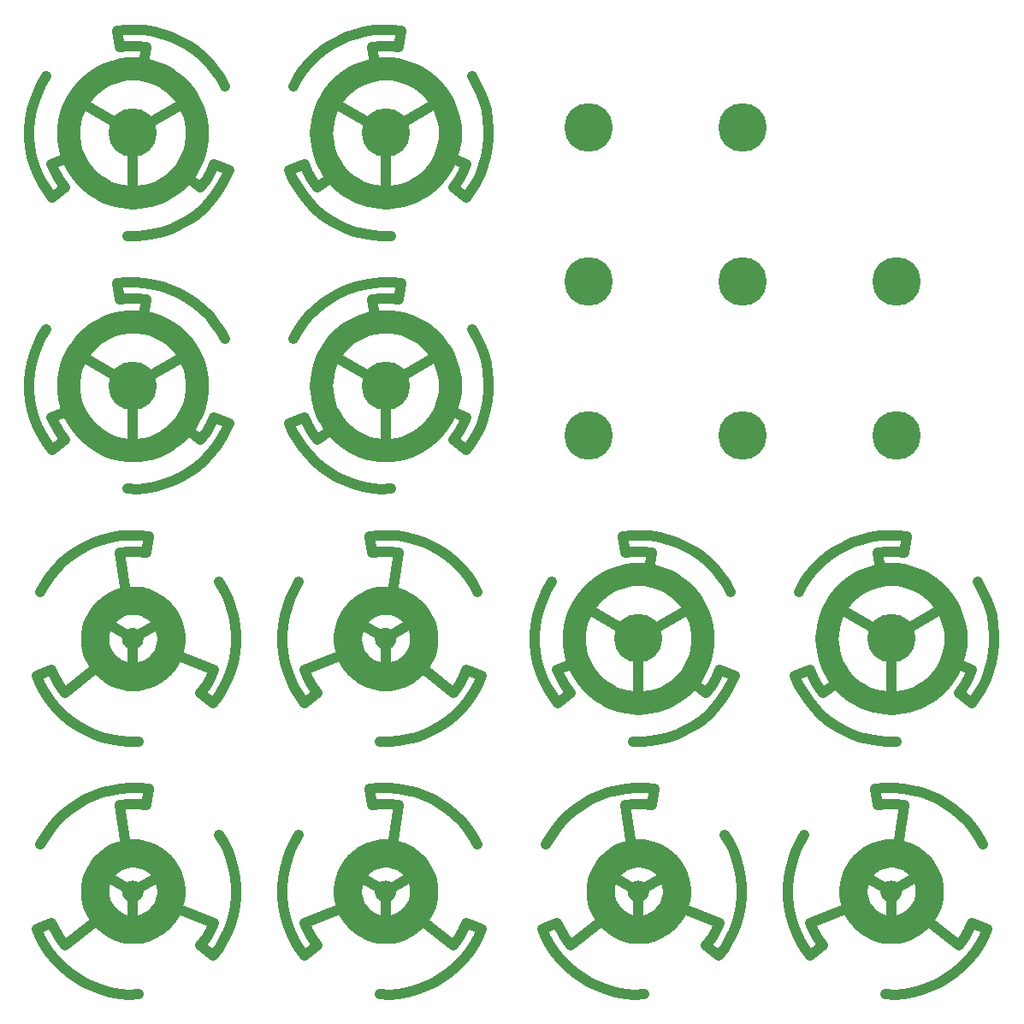
<source format=gtl>
G04 This is an RS-274x file exported by *
G04 gerbv version 2.6.0 *
G04 More information is available about gerbv at *
G04 http://gerbv.gpleda.org/ *
G04 --End of header info--*
%MOIN*%
%FSLAX34Y34*%
%IPPOS*%
G04 --Define apertures--*
%ADD10C,0.1090*%
%ADD11C,0.0394*%
%ADD12C,0.1890*%
%ADD13C,0.0893*%
G04 --Start main section--*
G36*
G01X0000417Y0000000D02*
G01X0000416Y0000036D01*
G01X0000411Y0000072D01*
G01X0000403Y0000108D01*
G01X0000392Y0000143D01*
G01X0000378Y0000176D01*
G01X0000361Y0000209D01*
G01X0000342Y0000239D01*
G01X0000320Y0000268D01*
G01X0000295Y0000295D01*
G01X0000268Y0000320D01*
G01X0000239Y0000342D01*
G01X0000209Y0000361D01*
G01X0000176Y0000378D01*
G01X0000143Y0000392D01*
G01X0000108Y0000403D01*
G01X0000072Y0000411D01*
G01X0000036Y0000416D01*
G01X0000000Y0000417D01*
G01X-000036Y0000416D01*
G01X-000072Y0000411D01*
G01X-000108Y0000403D01*
G01X-000143Y0000392D01*
G01X-000176Y0000378D01*
G01X-000209Y0000361D01*
G01X-000239Y0000342D01*
G01X-000268Y0000320D01*
G01X-000295Y0000295D01*
G01X-000320Y0000268D01*
G01X-000342Y0000239D01*
G01X-000361Y0000209D01*
G01X-000378Y0000176D01*
G01X-000392Y0000143D01*
G01X-000403Y0000108D01*
G01X-000411Y0000072D01*
G01X-000416Y0000036D01*
G01X-000417Y0000000D01*
G01X-000416Y-000036D01*
G01X-000411Y-000072D01*
G01X-000403Y-000108D01*
G01X-000392Y-000143D01*
G01X-000378Y-000176D01*
G01X-000361Y-000209D01*
G01X-000342Y-000239D01*
G01X-000320Y-000268D01*
G01X-000295Y-000295D01*
G01X-000268Y-000320D01*
G01X-000239Y-000342D01*
G01X-000209Y-000361D01*
G01X-000176Y-000378D01*
G01X-000143Y-000392D01*
G01X-000108Y-000403D01*
G01X-000072Y-000411D01*
G01X-000036Y-000416D01*
G01X0000000Y-000417D01*
G01X0000036Y-000416D01*
G01X0000072Y-000411D01*
G01X0000108Y-000403D01*
G01X0000143Y-000392D01*
G01X0000176Y-000378D01*
G01X0000209Y-000361D01*
G01X0000239Y-000342D01*
G01X0000268Y-000320D01*
G01X0000295Y-000295D01*
G01X0000320Y-000268D01*
G01X0000342Y-000239D01*
G01X0000361Y-000209D01*
G01X0000378Y-000176D01*
G01X0000392Y-000143D01*
G01X0000403Y-000108D01*
G01X0000411Y-000072D01*
G01X0000416Y-000036D01*
G01X0000417Y0000000D01*
G37*
G36*
G01X0000417Y0000000D02*
G37*
G54D10*
G01X0001484Y0000000D02*
G01X0001479Y0000129D01*
G01X0001479Y0000129D02*
G01X0001462Y0000258D01*
G01X0001462Y0000258D02*
G01X0001434Y0000384D01*
G01X0001434Y0000384D02*
G01X0001395Y0000508D01*
G01X0001395Y0000508D02*
G01X0001345Y0000627D01*
G01X0001345Y0000627D02*
G01X0001285Y0000742D01*
G01X0001285Y0000742D02*
G01X0001216Y0000851D01*
G01X0001216Y0000851D02*
G01X0001137Y0000954D01*
G01X0001137Y0000954D02*
G01X0001050Y0001050D01*
G01X0001050Y0001050D02*
G01X0000954Y0001137D01*
G01X0000954Y0001137D02*
G01X0000851Y0001216D01*
G01X0000851Y0001216D02*
G01X0000742Y0001285D01*
G01X0000742Y0001285D02*
G01X0000627Y0001345D01*
G01X0000627Y0001345D02*
G01X0000508Y0001395D01*
G01X0000508Y0001395D02*
G01X0000384Y0001434D01*
G01X0000384Y0001434D02*
G01X0000258Y0001462D01*
G01X0000258Y0001462D02*
G01X0000129Y0001479D01*
G01X0000129Y0001479D02*
G01X0000000Y0001484D01*
G01X0000000Y0001484D02*
G01X-000129Y0001479D01*
G01X-000129Y0001479D02*
G01X-000258Y0001462D01*
G01X-000258Y0001462D02*
G01X-000384Y0001434D01*
G01X-000384Y0001434D02*
G01X-000508Y0001395D01*
G01X-000508Y0001395D02*
G01X-000627Y0001345D01*
G01X-000627Y0001345D02*
G01X-000742Y0001285D01*
G01X-000742Y0001285D02*
G01X-000851Y0001216D01*
G01X-000851Y0001216D02*
G01X-000954Y0001137D01*
G01X-000954Y0001137D02*
G01X-001050Y0001050D01*
G01X-001050Y0001050D02*
G01X-001137Y0000954D01*
G01X-001137Y0000954D02*
G01X-001216Y0000851D01*
G01X-001216Y0000851D02*
G01X-001285Y0000742D01*
G01X-001285Y0000742D02*
G01X-001345Y0000627D01*
G01X-001345Y0000627D02*
G01X-001395Y0000508D01*
G01X-001395Y0000508D02*
G01X-001434Y0000384D01*
G01X-001434Y0000384D02*
G01X-001462Y0000258D01*
G01X-001462Y0000258D02*
G01X-001479Y0000129D01*
G01X-001479Y0000129D02*
G01X-001484Y0000000D01*
G01X-001484Y0000000D02*
G01X-001479Y-000129D01*
G01X-001479Y-000129D02*
G01X-001462Y-000258D01*
G01X-001462Y-000258D02*
G01X-001434Y-000384D01*
G01X-001434Y-000384D02*
G01X-001395Y-000508D01*
G01X-001395Y-000508D02*
G01X-001345Y-000627D01*
G01X-001345Y-000627D02*
G01X-001285Y-000742D01*
G01X-001285Y-000742D02*
G01X-001216Y-000851D01*
G01X-001216Y-000851D02*
G01X-001137Y-000954D01*
G01X-001137Y-000954D02*
G01X-001050Y-001050D01*
G01X-001050Y-001050D02*
G01X-000954Y-001137D01*
G01X-000954Y-001137D02*
G01X-000851Y-001216D01*
G01X-000851Y-001216D02*
G01X-000742Y-001285D01*
G01X-000742Y-001285D02*
G01X-000627Y-001345D01*
G01X-000627Y-001345D02*
G01X-000508Y-001395D01*
G01X-000508Y-001395D02*
G01X-000384Y-001434D01*
G01X-000384Y-001434D02*
G01X-000258Y-001462D01*
G01X-000258Y-001462D02*
G01X-000129Y-001479D01*
G01X-000129Y-001479D02*
G01X0000000Y-001484D01*
G01X0000000Y-001484D02*
G01X0000129Y-001479D01*
G01X0000129Y-001479D02*
G01X0000258Y-001462D01*
G01X0000258Y-001462D02*
G01X0000384Y-001434D01*
G01X0000384Y-001434D02*
G01X0000508Y-001395D01*
G01X0000508Y-001395D02*
G01X0000627Y-001345D01*
G01X0000627Y-001345D02*
G01X0000742Y-001285D01*
G01X0000742Y-001285D02*
G01X0000851Y-001216D01*
G01X0000851Y-001216D02*
G01X0000954Y-001137D01*
G01X0000954Y-001137D02*
G01X0001050Y-001050D01*
G01X0001050Y-001050D02*
G01X0001137Y-000954D01*
G01X0001137Y-000954D02*
G01X0001216Y-000851D01*
G01X0001216Y-000851D02*
G01X0001285Y-000742D01*
G01X0001285Y-000742D02*
G01X0001345Y-000627D01*
G01X0001345Y-000627D02*
G01X0001395Y-000508D01*
G01X0001395Y-000508D02*
G01X0001434Y-000384D01*
G01X0001434Y-000384D02*
G01X0001462Y-000258D01*
G01X0001462Y-000258D02*
G01X0001479Y-000129D01*
G01X0001479Y-000129D02*
G01X0001484Y0000000D01*
G54D11*
G01X0000612Y0003981D02*
G01X0000254Y0004020D01*
G01X0000254Y0004020D02*
G01X-000106Y0004027D01*
G01X-000106Y0004027D02*
G01X-000466Y0004001D01*
G01X-000466Y0004001D02*
G01X-000821Y0003943D01*
G01X-000821Y0003943D02*
G01X-001171Y0003854D01*
G01X-001171Y0003854D02*
G01X-001510Y0003734D01*
G01X-001510Y0003734D02*
G01X-001838Y0003584D01*
G01X-001838Y0003584D02*
G01X-002151Y0003406D01*
G01X-002151Y0003406D02*
G01X-002447Y0003200D01*
G01X-002447Y0003200D02*
G01X-002723Y0002968D01*
G01X-002723Y0002968D02*
G01X-002978Y0002713D01*
G01X-002978Y0002713D02*
G01X-003208Y0002436D01*
G01X-003208Y0002436D02*
G01X-003413Y0002139D01*
G01X-003413Y0002139D02*
G01X-003591Y0001826D01*
G01X0000515Y0003350D02*
G01X0000172Y0003385D01*
G01X0000172Y0003385D02*
G01X-000172Y0003385D01*
G01X-000172Y0003385D02*
G01X-000515Y0003350D01*
G01X0000612Y0003981D02*
G01X0000515Y0003350D01*
G01X-000309Y0002006D02*
G01X-000515Y0003350D01*
G01X0000000Y0000000D02*
G01X-000814Y0000470D01*
G01X-003754Y-001460D02*
G01X-003609Y-001790D01*
G01X-003609Y-001790D02*
G01X-003434Y-002105D01*
G01X-003434Y-002105D02*
G01X-003232Y-002404D01*
G01X-003232Y-002404D02*
G01X-003004Y-002683D01*
G01X-003004Y-002683D02*
G01X-002752Y-002941D01*
G01X-002752Y-002941D02*
G01X-002479Y-003175D01*
G01X-002479Y-003175D02*
G01X-002185Y-003384D01*
G01X-002185Y-003384D02*
G01X-001874Y-003566D01*
G01X-001874Y-003566D02*
G01X-001547Y-003719D01*
G01X-001547Y-003719D02*
G01X-001209Y-003842D01*
G01X-001209Y-003842D02*
G01X-000861Y-003935D01*
G01X-000861Y-003935D02*
G01X-000505Y-003996D01*
G01X-000505Y-003996D02*
G01X-000146Y-004025D01*
G01X-000146Y-004025D02*
G01X0000214Y-004022D01*
G01X-003158Y-001229D02*
G01X-003017Y-001543D01*
G01X-003017Y-001543D02*
G01X-002845Y-001842D01*
G01X-002845Y-001842D02*
G01X-002643Y-002121D01*
G01X-003754Y-001460D02*
G01X-003158Y-001229D01*
G01X-001583Y-001270D02*
G01X-002643Y-002121D01*
G01X0000000Y0000000D02*
G01X0000000Y-000939D01*
G01X0003142Y-002521D02*
G01X0003354Y-002230D01*
G01X0003354Y-002230D02*
G01X0003540Y-001921D01*
G01X0003540Y-001921D02*
G01X0003698Y-001597D01*
G01X0003698Y-001597D02*
G01X0003826Y-001260D01*
G01X0003826Y-001260D02*
G01X0003923Y-000913D01*
G01X0003923Y-000913D02*
G01X0003989Y-000559D01*
G01X0003989Y-000559D02*
G01X0004023Y-000200D01*
G01X0004023Y-000200D02*
G01X0004025Y0000160D01*
G01X0004025Y0000160D02*
G01X0003994Y0000519D01*
G01X0003994Y0000519D02*
G01X0003932Y0000874D01*
G01X0003932Y0000874D02*
G01X0003838Y0001222D01*
G01X0003838Y0001222D02*
G01X0003714Y0001560D01*
G01X0003714Y0001560D02*
G01X0003559Y0001886D01*
G01X0003559Y0001886D02*
G01X0003376Y0002197D01*
G01X0002643Y-002121D02*
G01X0002845Y-001842D01*
G01X0002845Y-001842D02*
G01X0003017Y-001543D01*
G01X0003017Y-001543D02*
G01X0003158Y-001229D01*
G01X0003142Y-002521D02*
G01X0002643Y-002121D01*
G01X0001891Y-000736D02*
G01X0003158Y-001229D01*
G01X0000000Y0000000D02*
G01X0000814Y0000470D01*
G01X0023775Y0029775D02*
G54D12*
G01X0023775Y0029775D03*
G01X0017775Y0029775D02*
G01X0017775Y0029775D03*
G01X0029775Y0023775D02*
G01X0029775Y0023775D03*
G01X0023775Y0023775D02*
G01X0023775Y0023775D03*
G01X0017775Y0023775D02*
G01X0017775Y0023775D03*
G01X0029775Y0017775D02*
G01X0029775Y0017775D03*
G01X0023775Y0017775D02*
G01X0023775Y0017775D03*
G01X0017775Y0017775D02*
G01X0017775Y0017775D03*
G01X0029550Y0009850D02*
G01X0029550Y0009850D03*
G54D13*
G01X0032058Y0009850D02*
G01X0032049Y0010069D01*
G01X0032049Y0010069D02*
G01X0032020Y0010286D01*
G01X0032020Y0010286D02*
G01X0031973Y0010499D01*
G01X0031973Y0010499D02*
G01X0031907Y0010708D01*
G01X0031907Y0010708D02*
G01X0031823Y0010910D01*
G01X0031823Y0010910D02*
G01X0031722Y0011104D01*
G01X0031722Y0011104D02*
G01X0031605Y0011289D01*
G01X0031605Y0011289D02*
G01X0031471Y0011462D01*
G01X0031471Y0011462D02*
G01X0031324Y0011624D01*
G01X0031324Y0011624D02*
G01X0031162Y0011771D01*
G01X0031162Y0011771D02*
G01X0030989Y0011905D01*
G01X0030989Y0011905D02*
G01X0030804Y0012022D01*
G01X0030804Y0012022D02*
G01X0030610Y0012123D01*
G01X0030610Y0012123D02*
G01X0030408Y0012207D01*
G01X0030408Y0012207D02*
G01X0030199Y0012273D01*
G01X0030199Y0012273D02*
G01X0029986Y0012320D01*
G01X0029986Y0012320D02*
G01X0029769Y0012349D01*
G01X0029769Y0012349D02*
G01X0029550Y0012358D01*
G01X0029550Y0012358D02*
G01X0029331Y0012349D01*
G01X0029331Y0012349D02*
G01X0029114Y0012320D01*
G01X0029114Y0012320D02*
G01X0028901Y0012273D01*
G01X0028901Y0012273D02*
G01X0028692Y0012207D01*
G01X0028692Y0012207D02*
G01X0028490Y0012123D01*
G01X0028490Y0012123D02*
G01X0028296Y0012022D01*
G01X0028296Y0012022D02*
G01X0028111Y0011905D01*
G01X0028111Y0011905D02*
G01X0027938Y0011771D01*
G01X0027938Y0011771D02*
G01X0027776Y0011624D01*
G01X0027776Y0011624D02*
G01X0027629Y0011462D01*
G01X0027629Y0011462D02*
G01X0027495Y0011289D01*
G01X0027495Y0011289D02*
G01X0027378Y0011104D01*
G01X0027378Y0011104D02*
G01X0027277Y0010910D01*
G01X0027277Y0010910D02*
G01X0027193Y0010708D01*
G01X0027193Y0010708D02*
G01X0027127Y0010499D01*
G01X0027127Y0010499D02*
G01X0027080Y0010286D01*
G01X0027080Y0010286D02*
G01X0027051Y0010069D01*
G01X0027051Y0010069D02*
G01X0027042Y0009850D01*
G01X0027042Y0009850D02*
G01X0027051Y0009631D01*
G01X0027051Y0009631D02*
G01X0027080Y0009414D01*
G01X0027080Y0009414D02*
G01X0027127Y0009201D01*
G01X0027127Y0009201D02*
G01X0027193Y0008992D01*
G01X0027193Y0008992D02*
G01X0027277Y0008790D01*
G01X0027277Y0008790D02*
G01X0027378Y0008596D01*
G01X0027378Y0008596D02*
G01X0027495Y0008411D01*
G01X0027495Y0008411D02*
G01X0027629Y0008238D01*
G01X0027629Y0008238D02*
G01X0027776Y0008076D01*
G01X0027776Y0008076D02*
G01X0027938Y0007929D01*
G01X0027938Y0007929D02*
G01X0028111Y0007795D01*
G01X0028111Y0007795D02*
G01X0028296Y0007678D01*
G01X0028296Y0007678D02*
G01X0028490Y0007577D01*
G01X0028490Y0007577D02*
G01X0028692Y0007493D01*
G01X0028692Y0007493D02*
G01X0028901Y0007427D01*
G01X0028901Y0007427D02*
G01X0029114Y0007380D01*
G01X0029114Y0007380D02*
G01X0029331Y0007351D01*
G01X0029331Y0007351D02*
G01X0029550Y0007342D01*
G01X0029550Y0007342D02*
G01X0029769Y0007351D01*
G01X0029769Y0007351D02*
G01X0029986Y0007380D01*
G01X0029986Y0007380D02*
G01X0030199Y0007427D01*
G01X0030199Y0007427D02*
G01X0030408Y0007493D01*
G01X0030408Y0007493D02*
G01X0030610Y0007577D01*
G01X0030610Y0007577D02*
G01X0030804Y0007678D01*
G01X0030804Y0007678D02*
G01X0030989Y0007795D01*
G01X0030989Y0007795D02*
G01X0031162Y0007929D01*
G01X0031162Y0007929D02*
G01X0031324Y0008076D01*
G01X0031324Y0008076D02*
G01X0031471Y0008238D01*
G01X0031471Y0008238D02*
G01X0031605Y0008411D01*
G01X0031605Y0008411D02*
G01X0031722Y0008596D01*
G01X0031722Y0008596D02*
G01X0031823Y0008790D01*
G01X0031823Y0008790D02*
G01X0031907Y0008992D01*
G01X0031907Y0008992D02*
G01X0031973Y0009201D01*
G01X0031973Y0009201D02*
G01X0032020Y0009414D01*
G01X0032020Y0009414D02*
G01X0032049Y0009631D01*
G01X0032049Y0009631D02*
G01X0032058Y0009850D01*
G54D11*
G01X0030162Y0013831D02*
G01X0029804Y0013870D01*
G01X0029804Y0013870D02*
G01X0029444Y0013877D01*
G01X0029444Y0013877D02*
G01X0029084Y0013851D01*
G01X0029084Y0013851D02*
G01X0028729Y0013793D01*
G01X0028729Y0013793D02*
G01X0028379Y0013704D01*
G01X0028379Y0013704D02*
G01X0028040Y0013584D01*
G01X0028040Y0013584D02*
G01X0027712Y0013434D01*
G01X0027712Y0013434D02*
G01X0027399Y0013256D01*
G01X0027399Y0013256D02*
G01X0027103Y0013050D01*
G01X0027103Y0013050D02*
G01X0026827Y0012818D01*
G01X0026827Y0012818D02*
G01X0026572Y0012563D01*
G01X0026572Y0012563D02*
G01X0026342Y0012286D01*
G01X0026342Y0012286D02*
G01X0026137Y0011989D01*
G01X0026137Y0011989D02*
G01X0025959Y0011676D01*
G01X0030065Y0013200D02*
G01X0029722Y0013235D01*
G01X0029722Y0013235D02*
G01X0029378Y0013235D01*
G01X0029378Y0013235D02*
G01X0029035Y0013200D01*
G01X0030162Y0013831D02*
G01X0030065Y0013200D01*
G01X0029101Y0012771D02*
G01X0029035Y0013200D01*
G01X0029550Y0009850D02*
G01X0027765Y0010881D01*
G01X0025796Y0008390D02*
G01X0025941Y0008060D01*
G01X0025941Y0008060D02*
G01X0026116Y0007745D01*
G01X0026116Y0007745D02*
G01X0026318Y0007446D01*
G01X0026318Y0007446D02*
G01X0026546Y0007167D01*
G01X0026546Y0007167D02*
G01X0026798Y0006909D01*
G01X0026798Y0006909D02*
G01X0027071Y0006675D01*
G01X0027071Y0006675D02*
G01X0027365Y0006466D01*
G01X0027365Y0006466D02*
G01X0027676Y0006284D01*
G01X0027676Y0006284D02*
G01X0028003Y0006131D01*
G01X0028003Y0006131D02*
G01X0028341Y0006008D01*
G01X0028341Y0006008D02*
G01X0028689Y0005915D01*
G01X0028689Y0005915D02*
G01X0029045Y0005854D01*
G01X0029045Y0005854D02*
G01X0029404Y0005825D01*
G01X0029404Y0005825D02*
G01X0029764Y0005828D01*
G01X0026392Y0008621D02*
G01X0026533Y0008307D01*
G01X0026533Y0008307D02*
G01X0026705Y0008008D01*
G01X0026705Y0008008D02*
G01X0026907Y0007729D01*
G01X0025796Y0008390D02*
G01X0026392Y0008621D01*
G01X0027245Y0008001D02*
G01X0026907Y0007729D01*
G01X0029550Y0009850D02*
G01X0029550Y0007788D01*
G01X0032692Y0007329D02*
G01X0032904Y0007620D01*
G01X0032904Y0007620D02*
G01X0033090Y0007929D01*
G01X0033090Y0007929D02*
G01X0033248Y0008253D01*
G01X0033248Y0008253D02*
G01X0033376Y0008590D01*
G01X0033376Y0008590D02*
G01X0033473Y0008937D01*
G01X0033473Y0008937D02*
G01X0033539Y0009291D01*
G01X0033539Y0009291D02*
G01X0033573Y0009650D01*
G01X0033573Y0009650D02*
G01X0033575Y0010010D01*
G01X0033575Y0010010D02*
G01X0033544Y0010369D01*
G01X0033544Y0010369D02*
G01X0033482Y0010724D01*
G01X0033482Y0010724D02*
G01X0033388Y0011072D01*
G01X0033388Y0011072D02*
G01X0033264Y0011410D01*
G01X0033264Y0011410D02*
G01X0033109Y0011736D01*
G01X0033109Y0011736D02*
G01X0032926Y0012047D01*
G01X0032193Y0007729D02*
G01X0032395Y0008008D01*
G01X0032395Y0008008D02*
G01X0032567Y0008307D01*
G01X0032567Y0008307D02*
G01X0032708Y0008621D01*
G01X0032692Y0007329D02*
G01X0032193Y0007729D01*
G01X0032304Y0008779D02*
G01X0032708Y0008621D01*
G01X0029550Y0009850D02*
G01X0031335Y0010881D01*
G01X0029550Y0000000D02*
G36*
G01X0029967Y0000000D02*
G01X0029966Y0000036D01*
G01X0029961Y0000072D01*
G01X0029953Y0000108D01*
G01X0029942Y0000143D01*
G01X0029928Y0000176D01*
G01X0029911Y0000209D01*
G01X0029892Y0000239D01*
G01X0029870Y0000268D01*
G01X0029845Y0000295D01*
G01X0029818Y0000320D01*
G01X0029789Y0000342D01*
G01X0029759Y0000361D01*
G01X0029726Y0000378D01*
G01X0029693Y0000392D01*
G01X0029658Y0000403D01*
G01X0029622Y0000411D01*
G01X0029586Y0000416D01*
G01X0029550Y0000417D01*
G01X0029514Y0000416D01*
G01X0029478Y0000411D01*
G01X0029442Y0000403D01*
G01X0029407Y0000392D01*
G01X0029374Y0000378D01*
G01X0029341Y0000361D01*
G01X0029311Y0000342D01*
G01X0029282Y0000320D01*
G01X0029255Y0000295D01*
G01X0029230Y0000268D01*
G01X0029208Y0000239D01*
G01X0029189Y0000209D01*
G01X0029172Y0000176D01*
G01X0029158Y0000143D01*
G01X0029147Y0000108D01*
G01X0029139Y0000072D01*
G01X0029134Y0000036D01*
G01X0029133Y0000000D01*
G01X0029134Y-000036D01*
G01X0029139Y-000072D01*
G01X0029147Y-000108D01*
G01X0029158Y-000143D01*
G01X0029172Y-000176D01*
G01X0029189Y-000209D01*
G01X0029208Y-000239D01*
G01X0029230Y-000268D01*
G01X0029255Y-000295D01*
G01X0029282Y-000320D01*
G01X0029311Y-000342D01*
G01X0029341Y-000361D01*
G01X0029374Y-000378D01*
G01X0029407Y-000392D01*
G01X0029442Y-000403D01*
G01X0029478Y-000411D01*
G01X0029514Y-000416D01*
G01X0029550Y-000417D01*
G01X0029586Y-000416D01*
G01X0029622Y-000411D01*
G01X0029658Y-000403D01*
G01X0029693Y-000392D01*
G01X0029726Y-000378D01*
G01X0029759Y-000361D01*
G01X0029789Y-000342D01*
G01X0029818Y-000320D01*
G01X0029845Y-000295D01*
G01X0029870Y-000268D01*
G01X0029892Y-000239D01*
G01X0029911Y-000209D01*
G01X0029928Y-000176D01*
G01X0029942Y-000143D01*
G01X0029953Y-000108D01*
G01X0029961Y-000072D01*
G01X0029966Y-000036D01*
G01X0029967Y0000000D01*
G37*
G36*
G01X0029967Y0000000D02*
G37*
G54D10*
G01X0031034Y0000000D02*
G01X0031029Y0000129D01*
G01X0031029Y0000129D02*
G01X0031012Y0000258D01*
G01X0031012Y0000258D02*
G01X0030984Y0000384D01*
G01X0030984Y0000384D02*
G01X0030945Y0000508D01*
G01X0030945Y0000508D02*
G01X0030895Y0000627D01*
G01X0030895Y0000627D02*
G01X0030835Y0000742D01*
G01X0030835Y0000742D02*
G01X0030766Y0000851D01*
G01X0030766Y0000851D02*
G01X0030687Y0000954D01*
G01X0030687Y0000954D02*
G01X0030600Y0001050D01*
G01X0030600Y0001050D02*
G01X0030504Y0001137D01*
G01X0030504Y0001137D02*
G01X0030401Y0001216D01*
G01X0030401Y0001216D02*
G01X0030292Y0001285D01*
G01X0030292Y0001285D02*
G01X0030177Y0001345D01*
G01X0030177Y0001345D02*
G01X0030058Y0001395D01*
G01X0030058Y0001395D02*
G01X0029934Y0001434D01*
G01X0029934Y0001434D02*
G01X0029808Y0001462D01*
G01X0029808Y0001462D02*
G01X0029679Y0001479D01*
G01X0029679Y0001479D02*
G01X0029550Y0001484D01*
G01X0029550Y0001484D02*
G01X0029421Y0001479D01*
G01X0029421Y0001479D02*
G01X0029292Y0001462D01*
G01X0029292Y0001462D02*
G01X0029166Y0001434D01*
G01X0029166Y0001434D02*
G01X0029042Y0001395D01*
G01X0029042Y0001395D02*
G01X0028923Y0001345D01*
G01X0028923Y0001345D02*
G01X0028808Y0001285D01*
G01X0028808Y0001285D02*
G01X0028699Y0001216D01*
G01X0028699Y0001216D02*
G01X0028596Y0001137D01*
G01X0028596Y0001137D02*
G01X0028500Y0001050D01*
G01X0028500Y0001050D02*
G01X0028413Y0000954D01*
G01X0028413Y0000954D02*
G01X0028334Y0000851D01*
G01X0028334Y0000851D02*
G01X0028265Y0000742D01*
G01X0028265Y0000742D02*
G01X0028205Y0000627D01*
G01X0028205Y0000627D02*
G01X0028155Y0000508D01*
G01X0028155Y0000508D02*
G01X0028116Y0000384D01*
G01X0028116Y0000384D02*
G01X0028088Y0000258D01*
G01X0028088Y0000258D02*
G01X0028071Y0000129D01*
G01X0028071Y0000129D02*
G01X0028066Y0000000D01*
G01X0028066Y0000000D02*
G01X0028071Y-000129D01*
G01X0028071Y-000129D02*
G01X0028088Y-000258D01*
G01X0028088Y-000258D02*
G01X0028116Y-000384D01*
G01X0028116Y-000384D02*
G01X0028155Y-000508D01*
G01X0028155Y-000508D02*
G01X0028205Y-000627D01*
G01X0028205Y-000627D02*
G01X0028265Y-000742D01*
G01X0028265Y-000742D02*
G01X0028334Y-000851D01*
G01X0028334Y-000851D02*
G01X0028413Y-000954D01*
G01X0028413Y-000954D02*
G01X0028500Y-001050D01*
G01X0028500Y-001050D02*
G01X0028596Y-001137D01*
G01X0028596Y-001137D02*
G01X0028699Y-001216D01*
G01X0028699Y-001216D02*
G01X0028808Y-001285D01*
G01X0028808Y-001285D02*
G01X0028923Y-001345D01*
G01X0028923Y-001345D02*
G01X0029042Y-001395D01*
G01X0029042Y-001395D02*
G01X0029166Y-001434D01*
G01X0029166Y-001434D02*
G01X0029292Y-001462D01*
G01X0029292Y-001462D02*
G01X0029421Y-001479D01*
G01X0029421Y-001479D02*
G01X0029550Y-001484D01*
G01X0029550Y-001484D02*
G01X0029679Y-001479D01*
G01X0029679Y-001479D02*
G01X0029808Y-001462D01*
G01X0029808Y-001462D02*
G01X0029934Y-001434D01*
G01X0029934Y-001434D02*
G01X0030058Y-001395D01*
G01X0030058Y-001395D02*
G01X0030177Y-001345D01*
G01X0030177Y-001345D02*
G01X0030292Y-001285D01*
G01X0030292Y-001285D02*
G01X0030401Y-001216D01*
G01X0030401Y-001216D02*
G01X0030504Y-001137D01*
G01X0030504Y-001137D02*
G01X0030600Y-001050D01*
G01X0030600Y-001050D02*
G01X0030687Y-000954D01*
G01X0030687Y-000954D02*
G01X0030766Y-000851D01*
G01X0030766Y-000851D02*
G01X0030835Y-000742D01*
G01X0030835Y-000742D02*
G01X0030895Y-000627D01*
G01X0030895Y-000627D02*
G01X0030945Y-000508D01*
G01X0030945Y-000508D02*
G01X0030984Y-000384D01*
G01X0030984Y-000384D02*
G01X0031012Y-000258D01*
G01X0031012Y-000258D02*
G01X0031029Y-000129D01*
G01X0031029Y-000129D02*
G01X0031034Y0000000D01*
G54D11*
G01X0028938Y0003981D02*
G01X0029296Y0004020D01*
G01X0029296Y0004020D02*
G01X0029656Y0004027D01*
G01X0029656Y0004027D02*
G01X0030016Y0004001D01*
G01X0030016Y0004001D02*
G01X0030371Y0003943D01*
G01X0030371Y0003943D02*
G01X0030721Y0003854D01*
G01X0030721Y0003854D02*
G01X0031060Y0003734D01*
G01X0031060Y0003734D02*
G01X0031388Y0003584D01*
G01X0031388Y0003584D02*
G01X0031701Y0003406D01*
G01X0031701Y0003406D02*
G01X0031997Y0003200D01*
G01X0031997Y0003200D02*
G01X0032273Y0002968D01*
G01X0032273Y0002968D02*
G01X0032528Y0002713D01*
G01X0032528Y0002713D02*
G01X0032758Y0002436D01*
G01X0032758Y0002436D02*
G01X0032963Y0002139D01*
G01X0032963Y0002139D02*
G01X0033141Y0001826D01*
G01X0029035Y0003350D02*
G01X0029378Y0003385D01*
G01X0029378Y0003385D02*
G01X0029722Y0003385D01*
G01X0029722Y0003385D02*
G01X0030065Y0003350D01*
G01X0028938Y0003981D02*
G01X0029035Y0003350D01*
G01X0029859Y0002006D02*
G01X0030065Y0003350D01*
G01X0029550Y0000000D02*
G01X0028736Y0000470D01*
G01X0026408Y-002521D02*
G01X0026196Y-002230D01*
G01X0026196Y-002230D02*
G01X0026010Y-001921D01*
G01X0026010Y-001921D02*
G01X0025852Y-001597D01*
G01X0025852Y-001597D02*
G01X0025724Y-001260D01*
G01X0025724Y-001260D02*
G01X0025627Y-000913D01*
G01X0025627Y-000913D02*
G01X0025561Y-000559D01*
G01X0025561Y-000559D02*
G01X0025527Y-000200D01*
G01X0025527Y-000200D02*
G01X0025525Y0000160D01*
G01X0025525Y0000160D02*
G01X0025556Y0000519D01*
G01X0025556Y0000519D02*
G01X0025618Y0000874D01*
G01X0025618Y0000874D02*
G01X0025712Y0001222D01*
G01X0025712Y0001222D02*
G01X0025836Y0001560D01*
G01X0025836Y0001560D02*
G01X0025991Y0001886D01*
G01X0025991Y0001886D02*
G01X0026174Y0002197D01*
G01X0026907Y-002121D02*
G01X0026705Y-001842D01*
G01X0026705Y-001842D02*
G01X0026533Y-001543D01*
G01X0026533Y-001543D02*
G01X0026392Y-001229D01*
G01X0026408Y-002521D02*
G01X0026907Y-002121D01*
G01X0027659Y-000736D02*
G01X0026392Y-001229D01*
G01X0029550Y0000000D02*
G01X0029550Y-000939D01*
G01X0033304Y-001460D02*
G01X0033159Y-001790D01*
G01X0033159Y-001790D02*
G01X0032984Y-002105D01*
G01X0032984Y-002105D02*
G01X0032782Y-002404D01*
G01X0032782Y-002404D02*
G01X0032554Y-002683D01*
G01X0032554Y-002683D02*
G01X0032302Y-002941D01*
G01X0032302Y-002941D02*
G01X0032029Y-003175D01*
G01X0032029Y-003175D02*
G01X0031735Y-003384D01*
G01X0031735Y-003384D02*
G01X0031424Y-003566D01*
G01X0031424Y-003566D02*
G01X0031097Y-003719D01*
G01X0031097Y-003719D02*
G01X0030759Y-003842D01*
G01X0030759Y-003842D02*
G01X0030411Y-003935D01*
G01X0030411Y-003935D02*
G01X0030055Y-003996D01*
G01X0030055Y-003996D02*
G01X0029696Y-004025D01*
G01X0029696Y-004025D02*
G01X0029336Y-004022D01*
G01X0032708Y-001229D02*
G01X0032567Y-001543D01*
G01X0032567Y-001543D02*
G01X0032395Y-001842D01*
G01X0032395Y-001842D02*
G01X0032193Y-002121D01*
G01X0033304Y-001460D02*
G01X0032708Y-001229D01*
G01X0031133Y-001270D02*
G01X0032193Y-002121D01*
G01X0029550Y0000000D02*
G01X0030364Y0000470D01*
G01X0019700Y0009850D02*
G54D12*
G01X0019700Y0009850D03*
G54D13*
G01X0022208Y0009850D02*
G01X0022199Y0010069D01*
G01X0022199Y0010069D02*
G01X0022170Y0010286D01*
G01X0022170Y0010286D02*
G01X0022123Y0010499D01*
G01X0022123Y0010499D02*
G01X0022057Y0010708D01*
G01X0022057Y0010708D02*
G01X0021973Y0010910D01*
G01X0021973Y0010910D02*
G01X0021872Y0011104D01*
G01X0021872Y0011104D02*
G01X0021755Y0011289D01*
G01X0021755Y0011289D02*
G01X0021621Y0011462D01*
G01X0021621Y0011462D02*
G01X0021474Y0011624D01*
G01X0021474Y0011624D02*
G01X0021312Y0011771D01*
G01X0021312Y0011771D02*
G01X0021139Y0011905D01*
G01X0021139Y0011905D02*
G01X0020954Y0012022D01*
G01X0020954Y0012022D02*
G01X0020760Y0012123D01*
G01X0020760Y0012123D02*
G01X0020558Y0012207D01*
G01X0020558Y0012207D02*
G01X0020349Y0012273D01*
G01X0020349Y0012273D02*
G01X0020136Y0012320D01*
G01X0020136Y0012320D02*
G01X0019919Y0012349D01*
G01X0019919Y0012349D02*
G01X0019700Y0012358D01*
G01X0019700Y0012358D02*
G01X0019481Y0012349D01*
G01X0019481Y0012349D02*
G01X0019264Y0012320D01*
G01X0019264Y0012320D02*
G01X0019051Y0012273D01*
G01X0019051Y0012273D02*
G01X0018842Y0012207D01*
G01X0018842Y0012207D02*
G01X0018640Y0012123D01*
G01X0018640Y0012123D02*
G01X0018446Y0012022D01*
G01X0018446Y0012022D02*
G01X0018261Y0011905D01*
G01X0018261Y0011905D02*
G01X0018088Y0011771D01*
G01X0018088Y0011771D02*
G01X0017926Y0011624D01*
G01X0017926Y0011624D02*
G01X0017779Y0011462D01*
G01X0017779Y0011462D02*
G01X0017645Y0011289D01*
G01X0017645Y0011289D02*
G01X0017528Y0011104D01*
G01X0017528Y0011104D02*
G01X0017427Y0010910D01*
G01X0017427Y0010910D02*
G01X0017343Y0010708D01*
G01X0017343Y0010708D02*
G01X0017277Y0010499D01*
G01X0017277Y0010499D02*
G01X0017230Y0010286D01*
G01X0017230Y0010286D02*
G01X0017201Y0010069D01*
G01X0017201Y0010069D02*
G01X0017192Y0009850D01*
G01X0017192Y0009850D02*
G01X0017201Y0009631D01*
G01X0017201Y0009631D02*
G01X0017230Y0009414D01*
G01X0017230Y0009414D02*
G01X0017277Y0009201D01*
G01X0017277Y0009201D02*
G01X0017343Y0008992D01*
G01X0017343Y0008992D02*
G01X0017427Y0008790D01*
G01X0017427Y0008790D02*
G01X0017528Y0008596D01*
G01X0017528Y0008596D02*
G01X0017645Y0008411D01*
G01X0017645Y0008411D02*
G01X0017779Y0008238D01*
G01X0017779Y0008238D02*
G01X0017926Y0008076D01*
G01X0017926Y0008076D02*
G01X0018088Y0007929D01*
G01X0018088Y0007929D02*
G01X0018261Y0007795D01*
G01X0018261Y0007795D02*
G01X0018446Y0007678D01*
G01X0018446Y0007678D02*
G01X0018640Y0007577D01*
G01X0018640Y0007577D02*
G01X0018842Y0007493D01*
G01X0018842Y0007493D02*
G01X0019051Y0007427D01*
G01X0019051Y0007427D02*
G01X0019264Y0007380D01*
G01X0019264Y0007380D02*
G01X0019481Y0007351D01*
G01X0019481Y0007351D02*
G01X0019700Y0007342D01*
G01X0019700Y0007342D02*
G01X0019919Y0007351D01*
G01X0019919Y0007351D02*
G01X0020136Y0007380D01*
G01X0020136Y0007380D02*
G01X0020349Y0007427D01*
G01X0020349Y0007427D02*
G01X0020558Y0007493D01*
G01X0020558Y0007493D02*
G01X0020760Y0007577D01*
G01X0020760Y0007577D02*
G01X0020954Y0007678D01*
G01X0020954Y0007678D02*
G01X0021139Y0007795D01*
G01X0021139Y0007795D02*
G01X0021312Y0007929D01*
G01X0021312Y0007929D02*
G01X0021474Y0008076D01*
G01X0021474Y0008076D02*
G01X0021621Y0008238D01*
G01X0021621Y0008238D02*
G01X0021755Y0008411D01*
G01X0021755Y0008411D02*
G01X0021872Y0008596D01*
G01X0021872Y0008596D02*
G01X0021973Y0008790D01*
G01X0021973Y0008790D02*
G01X0022057Y0008992D01*
G01X0022057Y0008992D02*
G01X0022123Y0009201D01*
G01X0022123Y0009201D02*
G01X0022170Y0009414D01*
G01X0022170Y0009414D02*
G01X0022199Y0009631D01*
G01X0022199Y0009631D02*
G01X0022208Y0009850D01*
G54D11*
G01X0019088Y0013831D02*
G01X0019446Y0013870D01*
G01X0019446Y0013870D02*
G01X0019806Y0013877D01*
G01X0019806Y0013877D02*
G01X0020166Y0013851D01*
G01X0020166Y0013851D02*
G01X0020521Y0013793D01*
G01X0020521Y0013793D02*
G01X0020871Y0013704D01*
G01X0020871Y0013704D02*
G01X0021210Y0013584D01*
G01X0021210Y0013584D02*
G01X0021538Y0013434D01*
G01X0021538Y0013434D02*
G01X0021851Y0013256D01*
G01X0021851Y0013256D02*
G01X0022147Y0013050D01*
G01X0022147Y0013050D02*
G01X0022423Y0012818D01*
G01X0022423Y0012818D02*
G01X0022678Y0012563D01*
G01X0022678Y0012563D02*
G01X0022908Y0012286D01*
G01X0022908Y0012286D02*
G01X0023113Y0011989D01*
G01X0023113Y0011989D02*
G01X0023291Y0011676D01*
G01X0019185Y0013200D02*
G01X0019528Y0013235D01*
G01X0019528Y0013235D02*
G01X0019872Y0013235D01*
G01X0019872Y0013235D02*
G01X0020215Y0013200D01*
G01X0019088Y0013831D02*
G01X0019185Y0013200D01*
G01X0020149Y0012771D02*
G01X0020215Y0013200D01*
G01X0019700Y0009850D02*
G01X0017915Y0010881D01*
G01X0016558Y0007329D02*
G01X0016346Y0007620D01*
G01X0016346Y0007620D02*
G01X0016160Y0007929D01*
G01X0016160Y0007929D02*
G01X0016002Y0008253D01*
G01X0016002Y0008253D02*
G01X0015874Y0008590D01*
G01X0015874Y0008590D02*
G01X0015777Y0008937D01*
G01X0015777Y0008937D02*
G01X0015711Y0009291D01*
G01X0015711Y0009291D02*
G01X0015677Y0009650D01*
G01X0015677Y0009650D02*
G01X0015675Y0010010D01*
G01X0015675Y0010010D02*
G01X0015706Y0010369D01*
G01X0015706Y0010369D02*
G01X0015768Y0010724D01*
G01X0015768Y0010724D02*
G01X0015862Y0011072D01*
G01X0015862Y0011072D02*
G01X0015986Y0011410D01*
G01X0015986Y0011410D02*
G01X0016141Y0011736D01*
G01X0016141Y0011736D02*
G01X0016324Y0012047D01*
G01X0017057Y0007729D02*
G01X0016855Y0008008D01*
G01X0016855Y0008008D02*
G01X0016683Y0008307D01*
G01X0016683Y0008307D02*
G01X0016542Y0008621D01*
G01X0016558Y0007329D02*
G01X0017057Y0007729D01*
G01X0016946Y0008779D02*
G01X0016542Y0008621D01*
G01X0019700Y0009850D02*
G01X0019700Y0007788D01*
G01X0023454Y0008390D02*
G01X0023309Y0008060D01*
G01X0023309Y0008060D02*
G01X0023134Y0007745D01*
G01X0023134Y0007745D02*
G01X0022932Y0007446D01*
G01X0022932Y0007446D02*
G01X0022704Y0007167D01*
G01X0022704Y0007167D02*
G01X0022452Y0006909D01*
G01X0022452Y0006909D02*
G01X0022179Y0006675D01*
G01X0022179Y0006675D02*
G01X0021885Y0006466D01*
G01X0021885Y0006466D02*
G01X0021574Y0006284D01*
G01X0021574Y0006284D02*
G01X0021247Y0006131D01*
G01X0021247Y0006131D02*
G01X0020909Y0006008D01*
G01X0020909Y0006008D02*
G01X0020561Y0005915D01*
G01X0020561Y0005915D02*
G01X0020205Y0005854D01*
G01X0020205Y0005854D02*
G01X0019846Y0005825D01*
G01X0019846Y0005825D02*
G01X0019486Y0005828D01*
G01X0022858Y0008621D02*
G01X0022717Y0008307D01*
G01X0022717Y0008307D02*
G01X0022545Y0008008D01*
G01X0022545Y0008008D02*
G01X0022343Y0007729D01*
G01X0023454Y0008390D02*
G01X0022858Y0008621D01*
G01X0022005Y0008001D02*
G01X0022343Y0007729D01*
G01X0019700Y0009850D02*
G01X0021485Y0010881D01*
G01X0019700Y0000000D02*
G36*
G01X0020117Y0000000D02*
G01X0020116Y0000036D01*
G01X0020111Y0000072D01*
G01X0020103Y0000108D01*
G01X0020092Y0000143D01*
G01X0020078Y0000176D01*
G01X0020061Y0000209D01*
G01X0020042Y0000239D01*
G01X0020020Y0000268D01*
G01X0019995Y0000295D01*
G01X0019968Y0000320D01*
G01X0019939Y0000342D01*
G01X0019909Y0000361D01*
G01X0019876Y0000378D01*
G01X0019843Y0000392D01*
G01X0019808Y0000403D01*
G01X0019772Y0000411D01*
G01X0019736Y0000416D01*
G01X0019700Y0000417D01*
G01X0019664Y0000416D01*
G01X0019628Y0000411D01*
G01X0019592Y0000403D01*
G01X0019557Y0000392D01*
G01X0019524Y0000378D01*
G01X0019491Y0000361D01*
G01X0019461Y0000342D01*
G01X0019432Y0000320D01*
G01X0019405Y0000295D01*
G01X0019380Y0000268D01*
G01X0019358Y0000239D01*
G01X0019339Y0000209D01*
G01X0019322Y0000176D01*
G01X0019308Y0000143D01*
G01X0019297Y0000108D01*
G01X0019289Y0000072D01*
G01X0019284Y0000036D01*
G01X0019283Y0000000D01*
G01X0019284Y-000036D01*
G01X0019289Y-000072D01*
G01X0019297Y-000108D01*
G01X0019308Y-000143D01*
G01X0019322Y-000176D01*
G01X0019339Y-000209D01*
G01X0019358Y-000239D01*
G01X0019380Y-000268D01*
G01X0019405Y-000295D01*
G01X0019432Y-000320D01*
G01X0019461Y-000342D01*
G01X0019491Y-000361D01*
G01X0019524Y-000378D01*
G01X0019557Y-000392D01*
G01X0019592Y-000403D01*
G01X0019628Y-000411D01*
G01X0019664Y-000416D01*
G01X0019700Y-000417D01*
G01X0019736Y-000416D01*
G01X0019772Y-000411D01*
G01X0019808Y-000403D01*
G01X0019843Y-000392D01*
G01X0019876Y-000378D01*
G01X0019909Y-000361D01*
G01X0019939Y-000342D01*
G01X0019968Y-000320D01*
G01X0019995Y-000295D01*
G01X0020020Y-000268D01*
G01X0020042Y-000239D01*
G01X0020061Y-000209D01*
G01X0020078Y-000176D01*
G01X0020092Y-000143D01*
G01X0020103Y-000108D01*
G01X0020111Y-000072D01*
G01X0020116Y-000036D01*
G01X0020117Y0000000D01*
G37*
G36*
G01X0020117Y0000000D02*
G37*
G54D10*
G01X0021184Y0000000D02*
G01X0021179Y0000129D01*
G01X0021179Y0000129D02*
G01X0021162Y0000258D01*
G01X0021162Y0000258D02*
G01X0021134Y0000384D01*
G01X0021134Y0000384D02*
G01X0021095Y0000508D01*
G01X0021095Y0000508D02*
G01X0021045Y0000627D01*
G01X0021045Y0000627D02*
G01X0020985Y0000742D01*
G01X0020985Y0000742D02*
G01X0020916Y0000851D01*
G01X0020916Y0000851D02*
G01X0020837Y0000954D01*
G01X0020837Y0000954D02*
G01X0020750Y0001050D01*
G01X0020750Y0001050D02*
G01X0020654Y0001137D01*
G01X0020654Y0001137D02*
G01X0020551Y0001216D01*
G01X0020551Y0001216D02*
G01X0020442Y0001285D01*
G01X0020442Y0001285D02*
G01X0020327Y0001345D01*
G01X0020327Y0001345D02*
G01X0020208Y0001395D01*
G01X0020208Y0001395D02*
G01X0020084Y0001434D01*
G01X0020084Y0001434D02*
G01X0019958Y0001462D01*
G01X0019958Y0001462D02*
G01X0019829Y0001479D01*
G01X0019829Y0001479D02*
G01X0019700Y0001484D01*
G01X0019700Y0001484D02*
G01X0019571Y0001479D01*
G01X0019571Y0001479D02*
G01X0019442Y0001462D01*
G01X0019442Y0001462D02*
G01X0019316Y0001434D01*
G01X0019316Y0001434D02*
G01X0019192Y0001395D01*
G01X0019192Y0001395D02*
G01X0019073Y0001345D01*
G01X0019073Y0001345D02*
G01X0018958Y0001285D01*
G01X0018958Y0001285D02*
G01X0018849Y0001216D01*
G01X0018849Y0001216D02*
G01X0018746Y0001137D01*
G01X0018746Y0001137D02*
G01X0018650Y0001050D01*
G01X0018650Y0001050D02*
G01X0018563Y0000954D01*
G01X0018563Y0000954D02*
G01X0018484Y0000851D01*
G01X0018484Y0000851D02*
G01X0018415Y0000742D01*
G01X0018415Y0000742D02*
G01X0018355Y0000627D01*
G01X0018355Y0000627D02*
G01X0018305Y0000508D01*
G01X0018305Y0000508D02*
G01X0018266Y0000384D01*
G01X0018266Y0000384D02*
G01X0018238Y0000258D01*
G01X0018238Y0000258D02*
G01X0018221Y0000129D01*
G01X0018221Y0000129D02*
G01X0018216Y0000000D01*
G01X0018216Y0000000D02*
G01X0018221Y-000129D01*
G01X0018221Y-000129D02*
G01X0018238Y-000258D01*
G01X0018238Y-000258D02*
G01X0018266Y-000384D01*
G01X0018266Y-000384D02*
G01X0018305Y-000508D01*
G01X0018305Y-000508D02*
G01X0018355Y-000627D01*
G01X0018355Y-000627D02*
G01X0018415Y-000742D01*
G01X0018415Y-000742D02*
G01X0018484Y-000851D01*
G01X0018484Y-000851D02*
G01X0018563Y-000954D01*
G01X0018563Y-000954D02*
G01X0018650Y-001050D01*
G01X0018650Y-001050D02*
G01X0018746Y-001137D01*
G01X0018746Y-001137D02*
G01X0018849Y-001216D01*
G01X0018849Y-001216D02*
G01X0018958Y-001285D01*
G01X0018958Y-001285D02*
G01X0019073Y-001345D01*
G01X0019073Y-001345D02*
G01X0019192Y-001395D01*
G01X0019192Y-001395D02*
G01X0019316Y-001434D01*
G01X0019316Y-001434D02*
G01X0019442Y-001462D01*
G01X0019442Y-001462D02*
G01X0019571Y-001479D01*
G01X0019571Y-001479D02*
G01X0019700Y-001484D01*
G01X0019700Y-001484D02*
G01X0019829Y-001479D01*
G01X0019829Y-001479D02*
G01X0019958Y-001462D01*
G01X0019958Y-001462D02*
G01X0020084Y-001434D01*
G01X0020084Y-001434D02*
G01X0020208Y-001395D01*
G01X0020208Y-001395D02*
G01X0020327Y-001345D01*
G01X0020327Y-001345D02*
G01X0020442Y-001285D01*
G01X0020442Y-001285D02*
G01X0020551Y-001216D01*
G01X0020551Y-001216D02*
G01X0020654Y-001137D01*
G01X0020654Y-001137D02*
G01X0020750Y-001050D01*
G01X0020750Y-001050D02*
G01X0020837Y-000954D01*
G01X0020837Y-000954D02*
G01X0020916Y-000851D01*
G01X0020916Y-000851D02*
G01X0020985Y-000742D01*
G01X0020985Y-000742D02*
G01X0021045Y-000627D01*
G01X0021045Y-000627D02*
G01X0021095Y-000508D01*
G01X0021095Y-000508D02*
G01X0021134Y-000384D01*
G01X0021134Y-000384D02*
G01X0021162Y-000258D01*
G01X0021162Y-000258D02*
G01X0021179Y-000129D01*
G01X0021179Y-000129D02*
G01X0021184Y0000000D01*
G54D11*
G01X0020312Y0003981D02*
G01X0019954Y0004020D01*
G01X0019954Y0004020D02*
G01X0019594Y0004027D01*
G01X0019594Y0004027D02*
G01X0019234Y0004001D01*
G01X0019234Y0004001D02*
G01X0018879Y0003943D01*
G01X0018879Y0003943D02*
G01X0018529Y0003854D01*
G01X0018529Y0003854D02*
G01X0018190Y0003734D01*
G01X0018190Y0003734D02*
G01X0017862Y0003584D01*
G01X0017862Y0003584D02*
G01X0017549Y0003406D01*
G01X0017549Y0003406D02*
G01X0017253Y0003200D01*
G01X0017253Y0003200D02*
G01X0016977Y0002968D01*
G01X0016977Y0002968D02*
G01X0016722Y0002713D01*
G01X0016722Y0002713D02*
G01X0016492Y0002436D01*
G01X0016492Y0002436D02*
G01X0016287Y0002139D01*
G01X0016287Y0002139D02*
G01X0016109Y0001826D01*
G01X0020215Y0003350D02*
G01X0019872Y0003385D01*
G01X0019872Y0003385D02*
G01X0019528Y0003385D01*
G01X0019528Y0003385D02*
G01X0019185Y0003350D01*
G01X0020312Y0003981D02*
G01X0020215Y0003350D01*
G01X0019391Y0002006D02*
G01X0019185Y0003350D01*
G01X0019700Y0000000D02*
G01X0018886Y0000470D01*
G01X0015946Y-001460D02*
G01X0016091Y-001790D01*
G01X0016091Y-001790D02*
G01X0016266Y-002105D01*
G01X0016266Y-002105D02*
G01X0016468Y-002404D01*
G01X0016468Y-002404D02*
G01X0016696Y-002683D01*
G01X0016696Y-002683D02*
G01X0016948Y-002941D01*
G01X0016948Y-002941D02*
G01X0017221Y-003175D01*
G01X0017221Y-003175D02*
G01X0017515Y-003384D01*
G01X0017515Y-003384D02*
G01X0017826Y-003566D01*
G01X0017826Y-003566D02*
G01X0018153Y-003719D01*
G01X0018153Y-003719D02*
G01X0018491Y-003842D01*
G01X0018491Y-003842D02*
G01X0018839Y-003935D01*
G01X0018839Y-003935D02*
G01X0019195Y-003996D01*
G01X0019195Y-003996D02*
G01X0019554Y-004025D01*
G01X0019554Y-004025D02*
G01X0019914Y-004022D01*
G01X0016542Y-001229D02*
G01X0016683Y-001543D01*
G01X0016683Y-001543D02*
G01X0016855Y-001842D01*
G01X0016855Y-001842D02*
G01X0017057Y-002121D01*
G01X0015946Y-001460D02*
G01X0016542Y-001229D01*
G01X0018117Y-001270D02*
G01X0017057Y-002121D01*
G01X0019700Y0000000D02*
G01X0019700Y-000939D01*
G01X0022842Y-002521D02*
G01X0023054Y-002230D01*
G01X0023054Y-002230D02*
G01X0023240Y-001921D01*
G01X0023240Y-001921D02*
G01X0023398Y-001597D01*
G01X0023398Y-001597D02*
G01X0023526Y-001260D01*
G01X0023526Y-001260D02*
G01X0023623Y-000913D01*
G01X0023623Y-000913D02*
G01X0023689Y-000559D01*
G01X0023689Y-000559D02*
G01X0023723Y-000200D01*
G01X0023723Y-000200D02*
G01X0023725Y0000160D01*
G01X0023725Y0000160D02*
G01X0023694Y0000519D01*
G01X0023694Y0000519D02*
G01X0023632Y0000874D01*
G01X0023632Y0000874D02*
G01X0023538Y0001222D01*
G01X0023538Y0001222D02*
G01X0023414Y0001560D01*
G01X0023414Y0001560D02*
G01X0023259Y0001886D01*
G01X0023259Y0001886D02*
G01X0023076Y0002197D01*
G01X0022343Y-002121D02*
G01X0022545Y-001842D01*
G01X0022545Y-001842D02*
G01X0022717Y-001543D01*
G01X0022717Y-001543D02*
G01X0022858Y-001229D01*
G01X0022842Y-002521D02*
G01X0022343Y-002121D01*
G01X0021591Y-000736D02*
G01X0022858Y-001229D01*
G01X0019700Y0000000D02*
G01X0020514Y0000470D01*
G01X0009850Y0029550D02*
G54D12*
G01X0009850Y0029550D03*
G54D13*
G01X0012358Y0029550D02*
G01X0012349Y0029769D01*
G01X0012349Y0029769D02*
G01X0012320Y0029986D01*
G01X0012320Y0029986D02*
G01X0012273Y0030199D01*
G01X0012273Y0030199D02*
G01X0012207Y0030408D01*
G01X0012207Y0030408D02*
G01X0012123Y0030610D01*
G01X0012123Y0030610D02*
G01X0012022Y0030804D01*
G01X0012022Y0030804D02*
G01X0011905Y0030989D01*
G01X0011905Y0030989D02*
G01X0011771Y0031162D01*
G01X0011771Y0031162D02*
G01X0011624Y0031324D01*
G01X0011624Y0031324D02*
G01X0011462Y0031471D01*
G01X0011462Y0031471D02*
G01X0011289Y0031605D01*
G01X0011289Y0031605D02*
G01X0011104Y0031722D01*
G01X0011104Y0031722D02*
G01X0010910Y0031823D01*
G01X0010910Y0031823D02*
G01X0010708Y0031907D01*
G01X0010708Y0031907D02*
G01X0010499Y0031973D01*
G01X0010499Y0031973D02*
G01X0010286Y0032020D01*
G01X0010286Y0032020D02*
G01X0010069Y0032049D01*
G01X0010069Y0032049D02*
G01X0009850Y0032058D01*
G01X0009850Y0032058D02*
G01X0009631Y0032049D01*
G01X0009631Y0032049D02*
G01X0009414Y0032020D01*
G01X0009414Y0032020D02*
G01X0009201Y0031973D01*
G01X0009201Y0031973D02*
G01X0008992Y0031907D01*
G01X0008992Y0031907D02*
G01X0008790Y0031823D01*
G01X0008790Y0031823D02*
G01X0008596Y0031722D01*
G01X0008596Y0031722D02*
G01X0008411Y0031605D01*
G01X0008411Y0031605D02*
G01X0008238Y0031471D01*
G01X0008238Y0031471D02*
G01X0008076Y0031324D01*
G01X0008076Y0031324D02*
G01X0007929Y0031162D01*
G01X0007929Y0031162D02*
G01X0007795Y0030989D01*
G01X0007795Y0030989D02*
G01X0007678Y0030804D01*
G01X0007678Y0030804D02*
G01X0007577Y0030610D01*
G01X0007577Y0030610D02*
G01X0007493Y0030408D01*
G01X0007493Y0030408D02*
G01X0007427Y0030199D01*
G01X0007427Y0030199D02*
G01X0007380Y0029986D01*
G01X0007380Y0029986D02*
G01X0007351Y0029769D01*
G01X0007351Y0029769D02*
G01X0007342Y0029550D01*
G01X0007342Y0029550D02*
G01X0007351Y0029331D01*
G01X0007351Y0029331D02*
G01X0007380Y0029114D01*
G01X0007380Y0029114D02*
G01X0007427Y0028901D01*
G01X0007427Y0028901D02*
G01X0007493Y0028692D01*
G01X0007493Y0028692D02*
G01X0007577Y0028490D01*
G01X0007577Y0028490D02*
G01X0007678Y0028296D01*
G01X0007678Y0028296D02*
G01X0007795Y0028111D01*
G01X0007795Y0028111D02*
G01X0007929Y0027938D01*
G01X0007929Y0027938D02*
G01X0008076Y0027776D01*
G01X0008076Y0027776D02*
G01X0008238Y0027629D01*
G01X0008238Y0027629D02*
G01X0008411Y0027495D01*
G01X0008411Y0027495D02*
G01X0008596Y0027378D01*
G01X0008596Y0027378D02*
G01X0008790Y0027277D01*
G01X0008790Y0027277D02*
G01X0008992Y0027193D01*
G01X0008992Y0027193D02*
G01X0009201Y0027127D01*
G01X0009201Y0027127D02*
G01X0009414Y0027080D01*
G01X0009414Y0027080D02*
G01X0009631Y0027051D01*
G01X0009631Y0027051D02*
G01X0009850Y0027042D01*
G01X0009850Y0027042D02*
G01X0010069Y0027051D01*
G01X0010069Y0027051D02*
G01X0010286Y0027080D01*
G01X0010286Y0027080D02*
G01X0010499Y0027127D01*
G01X0010499Y0027127D02*
G01X0010708Y0027193D01*
G01X0010708Y0027193D02*
G01X0010910Y0027277D01*
G01X0010910Y0027277D02*
G01X0011104Y0027378D01*
G01X0011104Y0027378D02*
G01X0011289Y0027495D01*
G01X0011289Y0027495D02*
G01X0011462Y0027629D01*
G01X0011462Y0027629D02*
G01X0011624Y0027776D01*
G01X0011624Y0027776D02*
G01X0011771Y0027938D01*
G01X0011771Y0027938D02*
G01X0011905Y0028111D01*
G01X0011905Y0028111D02*
G01X0012022Y0028296D01*
G01X0012022Y0028296D02*
G01X0012123Y0028490D01*
G01X0012123Y0028490D02*
G01X0012207Y0028692D01*
G01X0012207Y0028692D02*
G01X0012273Y0028901D01*
G01X0012273Y0028901D02*
G01X0012320Y0029114D01*
G01X0012320Y0029114D02*
G01X0012349Y0029331D01*
G01X0012349Y0029331D02*
G01X0012358Y0029550D01*
G54D11*
G01X0010462Y0033531D02*
G01X0010104Y0033570D01*
G01X0010104Y0033570D02*
G01X0009744Y0033577D01*
G01X0009744Y0033577D02*
G01X0009384Y0033551D01*
G01X0009384Y0033551D02*
G01X0009029Y0033493D01*
G01X0009029Y0033493D02*
G01X0008679Y0033404D01*
G01X0008679Y0033404D02*
G01X0008340Y0033284D01*
G01X0008340Y0033284D02*
G01X0008012Y0033134D01*
G01X0008012Y0033134D02*
G01X0007699Y0032956D01*
G01X0007699Y0032956D02*
G01X0007403Y0032750D01*
G01X0007403Y0032750D02*
G01X0007127Y0032518D01*
G01X0007127Y0032518D02*
G01X0006872Y0032263D01*
G01X0006872Y0032263D02*
G01X0006642Y0031986D01*
G01X0006642Y0031986D02*
G01X0006437Y0031689D01*
G01X0006437Y0031689D02*
G01X0006259Y0031376D01*
G01X0010365Y0032900D02*
G01X0010022Y0032935D01*
G01X0010022Y0032935D02*
G01X0009678Y0032935D01*
G01X0009678Y0032935D02*
G01X0009335Y0032900D01*
G01X0010462Y0033531D02*
G01X0010365Y0032900D01*
G01X0009401Y0032471D02*
G01X0009335Y0032900D01*
G01X0009850Y0029550D02*
G01X0008065Y0030581D01*
G01X0006096Y0028090D02*
G01X0006241Y0027760D01*
G01X0006241Y0027760D02*
G01X0006416Y0027445D01*
G01X0006416Y0027445D02*
G01X0006618Y0027146D01*
G01X0006618Y0027146D02*
G01X0006846Y0026867D01*
G01X0006846Y0026867D02*
G01X0007098Y0026609D01*
G01X0007098Y0026609D02*
G01X0007371Y0026375D01*
G01X0007371Y0026375D02*
G01X0007665Y0026166D01*
G01X0007665Y0026166D02*
G01X0007976Y0025984D01*
G01X0007976Y0025984D02*
G01X0008303Y0025831D01*
G01X0008303Y0025831D02*
G01X0008641Y0025708D01*
G01X0008641Y0025708D02*
G01X0008989Y0025615D01*
G01X0008989Y0025615D02*
G01X0009345Y0025554D01*
G01X0009345Y0025554D02*
G01X0009704Y0025525D01*
G01X0009704Y0025525D02*
G01X0010064Y0025528D01*
G01X0006692Y0028321D02*
G01X0006833Y0028007D01*
G01X0006833Y0028007D02*
G01X0007005Y0027708D01*
G01X0007005Y0027708D02*
G01X0007207Y0027429D01*
G01X0006096Y0028090D02*
G01X0006692Y0028321D01*
G01X0007545Y0027701D02*
G01X0007207Y0027429D01*
G01X0009850Y0029550D02*
G01X0009850Y0027488D01*
G01X0012992Y0027029D02*
G01X0013204Y0027320D01*
G01X0013204Y0027320D02*
G01X0013390Y0027629D01*
G01X0013390Y0027629D02*
G01X0013548Y0027953D01*
G01X0013548Y0027953D02*
G01X0013676Y0028290D01*
G01X0013676Y0028290D02*
G01X0013773Y0028637D01*
G01X0013773Y0028637D02*
G01X0013839Y0028991D01*
G01X0013839Y0028991D02*
G01X0013873Y0029350D01*
G01X0013873Y0029350D02*
G01X0013875Y0029710D01*
G01X0013875Y0029710D02*
G01X0013844Y0030069D01*
G01X0013844Y0030069D02*
G01X0013782Y0030424D01*
G01X0013782Y0030424D02*
G01X0013688Y0030772D01*
G01X0013688Y0030772D02*
G01X0013564Y0031110D01*
G01X0013564Y0031110D02*
G01X0013409Y0031436D01*
G01X0013409Y0031436D02*
G01X0013226Y0031747D01*
G01X0012493Y0027429D02*
G01X0012695Y0027708D01*
G01X0012695Y0027708D02*
G01X0012867Y0028007D01*
G01X0012867Y0028007D02*
G01X0013008Y0028321D01*
G01X0012992Y0027029D02*
G01X0012493Y0027429D01*
G01X0012604Y0028479D02*
G01X0013008Y0028321D01*
G01X0009850Y0029550D02*
G01X0011635Y0030581D01*
G01X0009850Y0019700D02*
G54D12*
G01X0009850Y0019700D03*
G54D13*
G01X0012358Y0019700D02*
G01X0012349Y0019919D01*
G01X0012349Y0019919D02*
G01X0012320Y0020136D01*
G01X0012320Y0020136D02*
G01X0012273Y0020349D01*
G01X0012273Y0020349D02*
G01X0012207Y0020558D01*
G01X0012207Y0020558D02*
G01X0012123Y0020760D01*
G01X0012123Y0020760D02*
G01X0012022Y0020954D01*
G01X0012022Y0020954D02*
G01X0011905Y0021139D01*
G01X0011905Y0021139D02*
G01X0011771Y0021312D01*
G01X0011771Y0021312D02*
G01X0011624Y0021474D01*
G01X0011624Y0021474D02*
G01X0011462Y0021621D01*
G01X0011462Y0021621D02*
G01X0011289Y0021755D01*
G01X0011289Y0021755D02*
G01X0011104Y0021872D01*
G01X0011104Y0021872D02*
G01X0010910Y0021973D01*
G01X0010910Y0021973D02*
G01X0010708Y0022057D01*
G01X0010708Y0022057D02*
G01X0010499Y0022123D01*
G01X0010499Y0022123D02*
G01X0010286Y0022170D01*
G01X0010286Y0022170D02*
G01X0010069Y0022199D01*
G01X0010069Y0022199D02*
G01X0009850Y0022208D01*
G01X0009850Y0022208D02*
G01X0009631Y0022199D01*
G01X0009631Y0022199D02*
G01X0009414Y0022170D01*
G01X0009414Y0022170D02*
G01X0009201Y0022123D01*
G01X0009201Y0022123D02*
G01X0008992Y0022057D01*
G01X0008992Y0022057D02*
G01X0008790Y0021973D01*
G01X0008790Y0021973D02*
G01X0008596Y0021872D01*
G01X0008596Y0021872D02*
G01X0008411Y0021755D01*
G01X0008411Y0021755D02*
G01X0008238Y0021621D01*
G01X0008238Y0021621D02*
G01X0008076Y0021474D01*
G01X0008076Y0021474D02*
G01X0007929Y0021312D01*
G01X0007929Y0021312D02*
G01X0007795Y0021139D01*
G01X0007795Y0021139D02*
G01X0007678Y0020954D01*
G01X0007678Y0020954D02*
G01X0007577Y0020760D01*
G01X0007577Y0020760D02*
G01X0007493Y0020558D01*
G01X0007493Y0020558D02*
G01X0007427Y0020349D01*
G01X0007427Y0020349D02*
G01X0007380Y0020136D01*
G01X0007380Y0020136D02*
G01X0007351Y0019919D01*
G01X0007351Y0019919D02*
G01X0007342Y0019700D01*
G01X0007342Y0019700D02*
G01X0007351Y0019481D01*
G01X0007351Y0019481D02*
G01X0007380Y0019264D01*
G01X0007380Y0019264D02*
G01X0007427Y0019051D01*
G01X0007427Y0019051D02*
G01X0007493Y0018842D01*
G01X0007493Y0018842D02*
G01X0007577Y0018640D01*
G01X0007577Y0018640D02*
G01X0007678Y0018446D01*
G01X0007678Y0018446D02*
G01X0007795Y0018261D01*
G01X0007795Y0018261D02*
G01X0007929Y0018088D01*
G01X0007929Y0018088D02*
G01X0008076Y0017926D01*
G01X0008076Y0017926D02*
G01X0008238Y0017779D01*
G01X0008238Y0017779D02*
G01X0008411Y0017645D01*
G01X0008411Y0017645D02*
G01X0008596Y0017528D01*
G01X0008596Y0017528D02*
G01X0008790Y0017427D01*
G01X0008790Y0017427D02*
G01X0008992Y0017343D01*
G01X0008992Y0017343D02*
G01X0009201Y0017277D01*
G01X0009201Y0017277D02*
G01X0009414Y0017230D01*
G01X0009414Y0017230D02*
G01X0009631Y0017201D01*
G01X0009631Y0017201D02*
G01X0009850Y0017192D01*
G01X0009850Y0017192D02*
G01X0010069Y0017201D01*
G01X0010069Y0017201D02*
G01X0010286Y0017230D01*
G01X0010286Y0017230D02*
G01X0010499Y0017277D01*
G01X0010499Y0017277D02*
G01X0010708Y0017343D01*
G01X0010708Y0017343D02*
G01X0010910Y0017427D01*
G01X0010910Y0017427D02*
G01X0011104Y0017528D01*
G01X0011104Y0017528D02*
G01X0011289Y0017645D01*
G01X0011289Y0017645D02*
G01X0011462Y0017779D01*
G01X0011462Y0017779D02*
G01X0011624Y0017926D01*
G01X0011624Y0017926D02*
G01X0011771Y0018088D01*
G01X0011771Y0018088D02*
G01X0011905Y0018261D01*
G01X0011905Y0018261D02*
G01X0012022Y0018446D01*
G01X0012022Y0018446D02*
G01X0012123Y0018640D01*
G01X0012123Y0018640D02*
G01X0012207Y0018842D01*
G01X0012207Y0018842D02*
G01X0012273Y0019051D01*
G01X0012273Y0019051D02*
G01X0012320Y0019264D01*
G01X0012320Y0019264D02*
G01X0012349Y0019481D01*
G01X0012349Y0019481D02*
G01X0012358Y0019700D01*
G54D11*
G01X0010462Y0023681D02*
G01X0010104Y0023720D01*
G01X0010104Y0023720D02*
G01X0009744Y0023727D01*
G01X0009744Y0023727D02*
G01X0009384Y0023701D01*
G01X0009384Y0023701D02*
G01X0009029Y0023643D01*
G01X0009029Y0023643D02*
G01X0008679Y0023554D01*
G01X0008679Y0023554D02*
G01X0008340Y0023434D01*
G01X0008340Y0023434D02*
G01X0008012Y0023284D01*
G01X0008012Y0023284D02*
G01X0007699Y0023106D01*
G01X0007699Y0023106D02*
G01X0007403Y0022900D01*
G01X0007403Y0022900D02*
G01X0007127Y0022668D01*
G01X0007127Y0022668D02*
G01X0006872Y0022413D01*
G01X0006872Y0022413D02*
G01X0006642Y0022136D01*
G01X0006642Y0022136D02*
G01X0006437Y0021839D01*
G01X0006437Y0021839D02*
G01X0006259Y0021526D01*
G01X0010365Y0023050D02*
G01X0010022Y0023085D01*
G01X0010022Y0023085D02*
G01X0009678Y0023085D01*
G01X0009678Y0023085D02*
G01X0009335Y0023050D01*
G01X0010462Y0023681D02*
G01X0010365Y0023050D01*
G01X0009401Y0022621D02*
G01X0009335Y0023050D01*
G01X0009850Y0019700D02*
G01X0008065Y0020731D01*
G01X0006096Y0018240D02*
G01X0006241Y0017910D01*
G01X0006241Y0017910D02*
G01X0006416Y0017595D01*
G01X0006416Y0017595D02*
G01X0006618Y0017296D01*
G01X0006618Y0017296D02*
G01X0006846Y0017017D01*
G01X0006846Y0017017D02*
G01X0007098Y0016759D01*
G01X0007098Y0016759D02*
G01X0007371Y0016525D01*
G01X0007371Y0016525D02*
G01X0007665Y0016316D01*
G01X0007665Y0016316D02*
G01X0007976Y0016134D01*
G01X0007976Y0016134D02*
G01X0008303Y0015981D01*
G01X0008303Y0015981D02*
G01X0008641Y0015858D01*
G01X0008641Y0015858D02*
G01X0008989Y0015765D01*
G01X0008989Y0015765D02*
G01X0009345Y0015704D01*
G01X0009345Y0015704D02*
G01X0009704Y0015675D01*
G01X0009704Y0015675D02*
G01X0010064Y0015678D01*
G01X0006692Y0018471D02*
G01X0006833Y0018157D01*
G01X0006833Y0018157D02*
G01X0007005Y0017858D01*
G01X0007005Y0017858D02*
G01X0007207Y0017579D01*
G01X0006096Y0018240D02*
G01X0006692Y0018471D01*
G01X0007545Y0017851D02*
G01X0007207Y0017579D01*
G01X0009850Y0019700D02*
G01X0009850Y0017638D01*
G01X0012992Y0017179D02*
G01X0013204Y0017470D01*
G01X0013204Y0017470D02*
G01X0013390Y0017779D01*
G01X0013390Y0017779D02*
G01X0013548Y0018103D01*
G01X0013548Y0018103D02*
G01X0013676Y0018440D01*
G01X0013676Y0018440D02*
G01X0013773Y0018787D01*
G01X0013773Y0018787D02*
G01X0013839Y0019141D01*
G01X0013839Y0019141D02*
G01X0013873Y0019500D01*
G01X0013873Y0019500D02*
G01X0013875Y0019860D01*
G01X0013875Y0019860D02*
G01X0013844Y0020219D01*
G01X0013844Y0020219D02*
G01X0013782Y0020574D01*
G01X0013782Y0020574D02*
G01X0013688Y0020922D01*
G01X0013688Y0020922D02*
G01X0013564Y0021260D01*
G01X0013564Y0021260D02*
G01X0013409Y0021586D01*
G01X0013409Y0021586D02*
G01X0013226Y0021897D01*
G01X0012493Y0017579D02*
G01X0012695Y0017858D01*
G01X0012695Y0017858D02*
G01X0012867Y0018157D01*
G01X0012867Y0018157D02*
G01X0013008Y0018471D01*
G01X0012992Y0017179D02*
G01X0012493Y0017579D01*
G01X0012604Y0018629D02*
G01X0013008Y0018471D01*
G01X0009850Y0019700D02*
G01X0011635Y0020731D01*
G01X0009850Y0009850D02*
G36*
G01X0010267Y0009850D02*
G01X0010266Y0009886D01*
G01X0010261Y0009922D01*
G01X0010253Y0009958D01*
G01X0010242Y0009993D01*
G01X0010228Y0010026D01*
G01X0010211Y0010059D01*
G01X0010192Y0010089D01*
G01X0010170Y0010118D01*
G01X0010145Y0010145D01*
G01X0010118Y0010170D01*
G01X0010089Y0010192D01*
G01X0010059Y0010211D01*
G01X0010026Y0010228D01*
G01X0009993Y0010242D01*
G01X0009958Y0010253D01*
G01X0009922Y0010261D01*
G01X0009886Y0010266D01*
G01X0009850Y0010267D01*
G01X0009814Y0010266D01*
G01X0009778Y0010261D01*
G01X0009742Y0010253D01*
G01X0009707Y0010242D01*
G01X0009674Y0010228D01*
G01X0009641Y0010211D01*
G01X0009611Y0010192D01*
G01X0009582Y0010170D01*
G01X0009555Y0010145D01*
G01X0009530Y0010118D01*
G01X0009508Y0010089D01*
G01X0009489Y0010059D01*
G01X0009472Y0010026D01*
G01X0009458Y0009993D01*
G01X0009447Y0009958D01*
G01X0009439Y0009922D01*
G01X0009434Y0009886D01*
G01X0009433Y0009850D01*
G01X0009434Y0009814D01*
G01X0009439Y0009778D01*
G01X0009447Y0009742D01*
G01X0009458Y0009707D01*
G01X0009472Y0009674D01*
G01X0009489Y0009641D01*
G01X0009508Y0009611D01*
G01X0009530Y0009582D01*
G01X0009555Y0009555D01*
G01X0009582Y0009530D01*
G01X0009611Y0009508D01*
G01X0009641Y0009489D01*
G01X0009674Y0009472D01*
G01X0009707Y0009458D01*
G01X0009742Y0009447D01*
G01X0009778Y0009439D01*
G01X0009814Y0009434D01*
G01X0009850Y0009433D01*
G01X0009886Y0009434D01*
G01X0009922Y0009439D01*
G01X0009958Y0009447D01*
G01X0009993Y0009458D01*
G01X0010026Y0009472D01*
G01X0010059Y0009489D01*
G01X0010089Y0009508D01*
G01X0010118Y0009530D01*
G01X0010145Y0009555D01*
G01X0010170Y0009582D01*
G01X0010192Y0009611D01*
G01X0010211Y0009641D01*
G01X0010228Y0009674D01*
G01X0010242Y0009707D01*
G01X0010253Y0009742D01*
G01X0010261Y0009778D01*
G01X0010266Y0009814D01*
G01X0010267Y0009850D01*
G37*
G36*
G01X0010267Y0009850D02*
G37*
G54D10*
G01X0011334Y0009850D02*
G01X0011329Y0009979D01*
G01X0011329Y0009979D02*
G01X0011312Y0010108D01*
G01X0011312Y0010108D02*
G01X0011284Y0010234D01*
G01X0011284Y0010234D02*
G01X0011245Y0010358D01*
G01X0011245Y0010358D02*
G01X0011195Y0010477D01*
G01X0011195Y0010477D02*
G01X0011135Y0010592D01*
G01X0011135Y0010592D02*
G01X0011066Y0010701D01*
G01X0011066Y0010701D02*
G01X0010987Y0010804D01*
G01X0010987Y0010804D02*
G01X0010900Y0010900D01*
G01X0010900Y0010900D02*
G01X0010804Y0010987D01*
G01X0010804Y0010987D02*
G01X0010701Y0011066D01*
G01X0010701Y0011066D02*
G01X0010592Y0011135D01*
G01X0010592Y0011135D02*
G01X0010477Y0011195D01*
G01X0010477Y0011195D02*
G01X0010358Y0011245D01*
G01X0010358Y0011245D02*
G01X0010234Y0011284D01*
G01X0010234Y0011284D02*
G01X0010108Y0011312D01*
G01X0010108Y0011312D02*
G01X0009979Y0011329D01*
G01X0009979Y0011329D02*
G01X0009850Y0011334D01*
G01X0009850Y0011334D02*
G01X0009721Y0011329D01*
G01X0009721Y0011329D02*
G01X0009592Y0011312D01*
G01X0009592Y0011312D02*
G01X0009466Y0011284D01*
G01X0009466Y0011284D02*
G01X0009342Y0011245D01*
G01X0009342Y0011245D02*
G01X0009223Y0011195D01*
G01X0009223Y0011195D02*
G01X0009108Y0011135D01*
G01X0009108Y0011135D02*
G01X0008999Y0011066D01*
G01X0008999Y0011066D02*
G01X0008896Y0010987D01*
G01X0008896Y0010987D02*
G01X0008800Y0010900D01*
G01X0008800Y0010900D02*
G01X0008713Y0010804D01*
G01X0008713Y0010804D02*
G01X0008634Y0010701D01*
G01X0008634Y0010701D02*
G01X0008565Y0010592D01*
G01X0008565Y0010592D02*
G01X0008505Y0010477D01*
G01X0008505Y0010477D02*
G01X0008455Y0010358D01*
G01X0008455Y0010358D02*
G01X0008416Y0010234D01*
G01X0008416Y0010234D02*
G01X0008388Y0010108D01*
G01X0008388Y0010108D02*
G01X0008371Y0009979D01*
G01X0008371Y0009979D02*
G01X0008366Y0009850D01*
G01X0008366Y0009850D02*
G01X0008371Y0009721D01*
G01X0008371Y0009721D02*
G01X0008388Y0009592D01*
G01X0008388Y0009592D02*
G01X0008416Y0009466D01*
G01X0008416Y0009466D02*
G01X0008455Y0009342D01*
G01X0008455Y0009342D02*
G01X0008505Y0009223D01*
G01X0008505Y0009223D02*
G01X0008565Y0009108D01*
G01X0008565Y0009108D02*
G01X0008634Y0008999D01*
G01X0008634Y0008999D02*
G01X0008713Y0008896D01*
G01X0008713Y0008896D02*
G01X0008800Y0008800D01*
G01X0008800Y0008800D02*
G01X0008896Y0008713D01*
G01X0008896Y0008713D02*
G01X0008999Y0008634D01*
G01X0008999Y0008634D02*
G01X0009108Y0008565D01*
G01X0009108Y0008565D02*
G01X0009223Y0008505D01*
G01X0009223Y0008505D02*
G01X0009342Y0008455D01*
G01X0009342Y0008455D02*
G01X0009466Y0008416D01*
G01X0009466Y0008416D02*
G01X0009592Y0008388D01*
G01X0009592Y0008388D02*
G01X0009721Y0008371D01*
G01X0009721Y0008371D02*
G01X0009850Y0008366D01*
G01X0009850Y0008366D02*
G01X0009979Y0008371D01*
G01X0009979Y0008371D02*
G01X0010108Y0008388D01*
G01X0010108Y0008388D02*
G01X0010234Y0008416D01*
G01X0010234Y0008416D02*
G01X0010358Y0008455D01*
G01X0010358Y0008455D02*
G01X0010477Y0008505D01*
G01X0010477Y0008505D02*
G01X0010592Y0008565D01*
G01X0010592Y0008565D02*
G01X0010701Y0008634D01*
G01X0010701Y0008634D02*
G01X0010804Y0008713D01*
G01X0010804Y0008713D02*
G01X0010900Y0008800D01*
G01X0010900Y0008800D02*
G01X0010987Y0008896D01*
G01X0010987Y0008896D02*
G01X0011066Y0008999D01*
G01X0011066Y0008999D02*
G01X0011135Y0009108D01*
G01X0011135Y0009108D02*
G01X0011195Y0009223D01*
G01X0011195Y0009223D02*
G01X0011245Y0009342D01*
G01X0011245Y0009342D02*
G01X0011284Y0009466D01*
G01X0011284Y0009466D02*
G01X0011312Y0009592D01*
G01X0011312Y0009592D02*
G01X0011329Y0009721D01*
G01X0011329Y0009721D02*
G01X0011334Y0009850D01*
G54D11*
G01X0009238Y0013831D02*
G01X0009596Y0013870D01*
G01X0009596Y0013870D02*
G01X0009956Y0013877D01*
G01X0009956Y0013877D02*
G01X0010316Y0013851D01*
G01X0010316Y0013851D02*
G01X0010671Y0013793D01*
G01X0010671Y0013793D02*
G01X0011021Y0013704D01*
G01X0011021Y0013704D02*
G01X0011360Y0013584D01*
G01X0011360Y0013584D02*
G01X0011688Y0013434D01*
G01X0011688Y0013434D02*
G01X0012001Y0013256D01*
G01X0012001Y0013256D02*
G01X0012297Y0013050D01*
G01X0012297Y0013050D02*
G01X0012573Y0012818D01*
G01X0012573Y0012818D02*
G01X0012828Y0012563D01*
G01X0012828Y0012563D02*
G01X0013058Y0012286D01*
G01X0013058Y0012286D02*
G01X0013263Y0011989D01*
G01X0013263Y0011989D02*
G01X0013441Y0011676D01*
G01X0009335Y0013200D02*
G01X0009678Y0013235D01*
G01X0009678Y0013235D02*
G01X0010022Y0013235D01*
G01X0010022Y0013235D02*
G01X0010365Y0013200D01*
G01X0009238Y0013831D02*
G01X0009335Y0013200D01*
G01X0010159Y0011856D02*
G01X0010365Y0013200D01*
G01X0009850Y0009850D02*
G01X0009036Y0010320D01*
G01X0006708Y0007329D02*
G01X0006496Y0007620D01*
G01X0006496Y0007620D02*
G01X0006310Y0007929D01*
G01X0006310Y0007929D02*
G01X0006152Y0008253D01*
G01X0006152Y0008253D02*
G01X0006024Y0008590D01*
G01X0006024Y0008590D02*
G01X0005927Y0008937D01*
G01X0005927Y0008937D02*
G01X0005861Y0009291D01*
G01X0005861Y0009291D02*
G01X0005827Y0009650D01*
G01X0005827Y0009650D02*
G01X0005825Y0010010D01*
G01X0005825Y0010010D02*
G01X0005856Y0010369D01*
G01X0005856Y0010369D02*
G01X0005918Y0010724D01*
G01X0005918Y0010724D02*
G01X0006012Y0011072D01*
G01X0006012Y0011072D02*
G01X0006136Y0011410D01*
G01X0006136Y0011410D02*
G01X0006291Y0011736D01*
G01X0006291Y0011736D02*
G01X0006474Y0012047D01*
G01X0007207Y0007729D02*
G01X0007005Y0008008D01*
G01X0007005Y0008008D02*
G01X0006833Y0008307D01*
G01X0006833Y0008307D02*
G01X0006692Y0008621D01*
G01X0006708Y0007329D02*
G01X0007207Y0007729D01*
G01X0007959Y0009114D02*
G01X0006692Y0008621D01*
G01X0009850Y0009850D02*
G01X0009850Y0008911D01*
G01X0013604Y0008390D02*
G01X0013459Y0008060D01*
G01X0013459Y0008060D02*
G01X0013284Y0007745D01*
G01X0013284Y0007745D02*
G01X0013082Y0007446D01*
G01X0013082Y0007446D02*
G01X0012854Y0007167D01*
G01X0012854Y0007167D02*
G01X0012602Y0006909D01*
G01X0012602Y0006909D02*
G01X0012329Y0006675D01*
G01X0012329Y0006675D02*
G01X0012035Y0006466D01*
G01X0012035Y0006466D02*
G01X0011724Y0006284D01*
G01X0011724Y0006284D02*
G01X0011397Y0006131D01*
G01X0011397Y0006131D02*
G01X0011059Y0006008D01*
G01X0011059Y0006008D02*
G01X0010711Y0005915D01*
G01X0010711Y0005915D02*
G01X0010355Y0005854D01*
G01X0010355Y0005854D02*
G01X0009996Y0005825D01*
G01X0009996Y0005825D02*
G01X0009636Y0005828D01*
G01X0013008Y0008621D02*
G01X0012867Y0008307D01*
G01X0012867Y0008307D02*
G01X0012695Y0008008D01*
G01X0012695Y0008008D02*
G01X0012493Y0007729D01*
G01X0013604Y0008390D02*
G01X0013008Y0008621D01*
G01X0011433Y0008580D02*
G01X0012493Y0007729D01*
G01X0009850Y0009850D02*
G01X0010664Y0010320D01*
G01X0009850Y0000000D02*
G36*
G01X0010267Y0000000D02*
G01X0010266Y0000036D01*
G01X0010261Y0000072D01*
G01X0010253Y0000108D01*
G01X0010242Y0000143D01*
G01X0010228Y0000176D01*
G01X0010211Y0000209D01*
G01X0010192Y0000239D01*
G01X0010170Y0000268D01*
G01X0010145Y0000295D01*
G01X0010118Y0000320D01*
G01X0010089Y0000342D01*
G01X0010059Y0000361D01*
G01X0010026Y0000378D01*
G01X0009993Y0000392D01*
G01X0009958Y0000403D01*
G01X0009922Y0000411D01*
G01X0009886Y0000416D01*
G01X0009850Y0000417D01*
G01X0009814Y0000416D01*
G01X0009778Y0000411D01*
G01X0009742Y0000403D01*
G01X0009707Y0000392D01*
G01X0009674Y0000378D01*
G01X0009641Y0000361D01*
G01X0009611Y0000342D01*
G01X0009582Y0000320D01*
G01X0009555Y0000295D01*
G01X0009530Y0000268D01*
G01X0009508Y0000239D01*
G01X0009489Y0000209D01*
G01X0009472Y0000176D01*
G01X0009458Y0000143D01*
G01X0009447Y0000108D01*
G01X0009439Y0000072D01*
G01X0009434Y0000036D01*
G01X0009433Y0000000D01*
G01X0009434Y-000036D01*
G01X0009439Y-000072D01*
G01X0009447Y-000108D01*
G01X0009458Y-000143D01*
G01X0009472Y-000176D01*
G01X0009489Y-000209D01*
G01X0009508Y-000239D01*
G01X0009530Y-000268D01*
G01X0009555Y-000295D01*
G01X0009582Y-000320D01*
G01X0009611Y-000342D01*
G01X0009641Y-000361D01*
G01X0009674Y-000378D01*
G01X0009707Y-000392D01*
G01X0009742Y-000403D01*
G01X0009778Y-000411D01*
G01X0009814Y-000416D01*
G01X0009850Y-000417D01*
G01X0009886Y-000416D01*
G01X0009922Y-000411D01*
G01X0009958Y-000403D01*
G01X0009993Y-000392D01*
G01X0010026Y-000378D01*
G01X0010059Y-000361D01*
G01X0010089Y-000342D01*
G01X0010118Y-000320D01*
G01X0010145Y-000295D01*
G01X0010170Y-000268D01*
G01X0010192Y-000239D01*
G01X0010211Y-000209D01*
G01X0010228Y-000176D01*
G01X0010242Y-000143D01*
G01X0010253Y-000108D01*
G01X0010261Y-000072D01*
G01X0010266Y-000036D01*
G01X0010267Y0000000D01*
G37*
G36*
G01X0010267Y0000000D02*
G37*
G54D10*
G01X0011334Y0000000D02*
G01X0011329Y0000129D01*
G01X0011329Y0000129D02*
G01X0011312Y0000258D01*
G01X0011312Y0000258D02*
G01X0011284Y0000384D01*
G01X0011284Y0000384D02*
G01X0011245Y0000508D01*
G01X0011245Y0000508D02*
G01X0011195Y0000627D01*
G01X0011195Y0000627D02*
G01X0011135Y0000742D01*
G01X0011135Y0000742D02*
G01X0011066Y0000851D01*
G01X0011066Y0000851D02*
G01X0010987Y0000954D01*
G01X0010987Y0000954D02*
G01X0010900Y0001050D01*
G01X0010900Y0001050D02*
G01X0010804Y0001137D01*
G01X0010804Y0001137D02*
G01X0010701Y0001216D01*
G01X0010701Y0001216D02*
G01X0010592Y0001285D01*
G01X0010592Y0001285D02*
G01X0010477Y0001345D01*
G01X0010477Y0001345D02*
G01X0010358Y0001395D01*
G01X0010358Y0001395D02*
G01X0010234Y0001434D01*
G01X0010234Y0001434D02*
G01X0010108Y0001462D01*
G01X0010108Y0001462D02*
G01X0009979Y0001479D01*
G01X0009979Y0001479D02*
G01X0009850Y0001484D01*
G01X0009850Y0001484D02*
G01X0009721Y0001479D01*
G01X0009721Y0001479D02*
G01X0009592Y0001462D01*
G01X0009592Y0001462D02*
G01X0009466Y0001434D01*
G01X0009466Y0001434D02*
G01X0009342Y0001395D01*
G01X0009342Y0001395D02*
G01X0009223Y0001345D01*
G01X0009223Y0001345D02*
G01X0009108Y0001285D01*
G01X0009108Y0001285D02*
G01X0008999Y0001216D01*
G01X0008999Y0001216D02*
G01X0008896Y0001137D01*
G01X0008896Y0001137D02*
G01X0008800Y0001050D01*
G01X0008800Y0001050D02*
G01X0008713Y0000954D01*
G01X0008713Y0000954D02*
G01X0008634Y0000851D01*
G01X0008634Y0000851D02*
G01X0008565Y0000742D01*
G01X0008565Y0000742D02*
G01X0008505Y0000627D01*
G01X0008505Y0000627D02*
G01X0008455Y0000508D01*
G01X0008455Y0000508D02*
G01X0008416Y0000384D01*
G01X0008416Y0000384D02*
G01X0008388Y0000258D01*
G01X0008388Y0000258D02*
G01X0008371Y0000129D01*
G01X0008371Y0000129D02*
G01X0008366Y0000000D01*
G01X0008366Y0000000D02*
G01X0008371Y-000129D01*
G01X0008371Y-000129D02*
G01X0008388Y-000258D01*
G01X0008388Y-000258D02*
G01X0008416Y-000384D01*
G01X0008416Y-000384D02*
G01X0008455Y-000508D01*
G01X0008455Y-000508D02*
G01X0008505Y-000627D01*
G01X0008505Y-000627D02*
G01X0008565Y-000742D01*
G01X0008565Y-000742D02*
G01X0008634Y-000851D01*
G01X0008634Y-000851D02*
G01X0008713Y-000954D01*
G01X0008713Y-000954D02*
G01X0008800Y-001050D01*
G01X0008800Y-001050D02*
G01X0008896Y-001137D01*
G01X0008896Y-001137D02*
G01X0008999Y-001216D01*
G01X0008999Y-001216D02*
G01X0009108Y-001285D01*
G01X0009108Y-001285D02*
G01X0009223Y-001345D01*
G01X0009223Y-001345D02*
G01X0009342Y-001395D01*
G01X0009342Y-001395D02*
G01X0009466Y-001434D01*
G01X0009466Y-001434D02*
G01X0009592Y-001462D01*
G01X0009592Y-001462D02*
G01X0009721Y-001479D01*
G01X0009721Y-001479D02*
G01X0009850Y-001484D01*
G01X0009850Y-001484D02*
G01X0009979Y-001479D01*
G01X0009979Y-001479D02*
G01X0010108Y-001462D01*
G01X0010108Y-001462D02*
G01X0010234Y-001434D01*
G01X0010234Y-001434D02*
G01X0010358Y-001395D01*
G01X0010358Y-001395D02*
G01X0010477Y-001345D01*
G01X0010477Y-001345D02*
G01X0010592Y-001285D01*
G01X0010592Y-001285D02*
G01X0010701Y-001216D01*
G01X0010701Y-001216D02*
G01X0010804Y-001137D01*
G01X0010804Y-001137D02*
G01X0010900Y-001050D01*
G01X0010900Y-001050D02*
G01X0010987Y-000954D01*
G01X0010987Y-000954D02*
G01X0011066Y-000851D01*
G01X0011066Y-000851D02*
G01X0011135Y-000742D01*
G01X0011135Y-000742D02*
G01X0011195Y-000627D01*
G01X0011195Y-000627D02*
G01X0011245Y-000508D01*
G01X0011245Y-000508D02*
G01X0011284Y-000384D01*
G01X0011284Y-000384D02*
G01X0011312Y-000258D01*
G01X0011312Y-000258D02*
G01X0011329Y-000129D01*
G01X0011329Y-000129D02*
G01X0011334Y0000000D01*
G54D11*
G01X0009238Y0003981D02*
G01X0009596Y0004020D01*
G01X0009596Y0004020D02*
G01X0009956Y0004027D01*
G01X0009956Y0004027D02*
G01X0010316Y0004001D01*
G01X0010316Y0004001D02*
G01X0010671Y0003943D01*
G01X0010671Y0003943D02*
G01X0011021Y0003854D01*
G01X0011021Y0003854D02*
G01X0011360Y0003734D01*
G01X0011360Y0003734D02*
G01X0011688Y0003584D01*
G01X0011688Y0003584D02*
G01X0012001Y0003406D01*
G01X0012001Y0003406D02*
G01X0012297Y0003200D01*
G01X0012297Y0003200D02*
G01X0012573Y0002968D01*
G01X0012573Y0002968D02*
G01X0012828Y0002713D01*
G01X0012828Y0002713D02*
G01X0013058Y0002436D01*
G01X0013058Y0002436D02*
G01X0013263Y0002139D01*
G01X0013263Y0002139D02*
G01X0013441Y0001826D01*
G01X0009335Y0003350D02*
G01X0009678Y0003385D01*
G01X0009678Y0003385D02*
G01X0010022Y0003385D01*
G01X0010022Y0003385D02*
G01X0010365Y0003350D01*
G01X0009238Y0003981D02*
G01X0009335Y0003350D01*
G01X0010159Y0002006D02*
G01X0010365Y0003350D01*
G01X0009850Y0000000D02*
G01X0009036Y0000470D01*
G01X0006708Y-002521D02*
G01X0006496Y-002230D01*
G01X0006496Y-002230D02*
G01X0006310Y-001921D01*
G01X0006310Y-001921D02*
G01X0006152Y-001597D01*
G01X0006152Y-001597D02*
G01X0006024Y-001260D01*
G01X0006024Y-001260D02*
G01X0005927Y-000913D01*
G01X0005927Y-000913D02*
G01X0005861Y-000559D01*
G01X0005861Y-000559D02*
G01X0005827Y-000200D01*
G01X0005827Y-000200D02*
G01X0005825Y0000160D01*
G01X0005825Y0000160D02*
G01X0005856Y0000519D01*
G01X0005856Y0000519D02*
G01X0005918Y0000874D01*
G01X0005918Y0000874D02*
G01X0006012Y0001222D01*
G01X0006012Y0001222D02*
G01X0006136Y0001560D01*
G01X0006136Y0001560D02*
G01X0006291Y0001886D01*
G01X0006291Y0001886D02*
G01X0006474Y0002197D01*
G01X0007207Y-002121D02*
G01X0007005Y-001842D01*
G01X0007005Y-001842D02*
G01X0006833Y-001543D01*
G01X0006833Y-001543D02*
G01X0006692Y-001229D01*
G01X0006708Y-002521D02*
G01X0007207Y-002121D01*
G01X0007959Y-000736D02*
G01X0006692Y-001229D01*
G01X0009850Y0000000D02*
G01X0009850Y-000939D01*
G01X0013604Y-001460D02*
G01X0013459Y-001790D01*
G01X0013459Y-001790D02*
G01X0013284Y-002105D01*
G01X0013284Y-002105D02*
G01X0013082Y-002404D01*
G01X0013082Y-002404D02*
G01X0012854Y-002683D01*
G01X0012854Y-002683D02*
G01X0012602Y-002941D01*
G01X0012602Y-002941D02*
G01X0012329Y-003175D01*
G01X0012329Y-003175D02*
G01X0012035Y-003384D01*
G01X0012035Y-003384D02*
G01X0011724Y-003566D01*
G01X0011724Y-003566D02*
G01X0011397Y-003719D01*
G01X0011397Y-003719D02*
G01X0011059Y-003842D01*
G01X0011059Y-003842D02*
G01X0010711Y-003935D01*
G01X0010711Y-003935D02*
G01X0010355Y-003996D01*
G01X0010355Y-003996D02*
G01X0009996Y-004025D01*
G01X0009996Y-004025D02*
G01X0009636Y-004022D01*
G01X0013008Y-001229D02*
G01X0012867Y-001543D01*
G01X0012867Y-001543D02*
G01X0012695Y-001842D01*
G01X0012695Y-001842D02*
G01X0012493Y-002121D01*
G01X0013604Y-001460D02*
G01X0013008Y-001229D01*
G01X0011433Y-001270D02*
G01X0012493Y-002121D01*
G01X0009850Y0000000D02*
G01X0010664Y0000470D01*
G01X0000000Y0029550D02*
G54D12*
G01X0000000Y0029550D03*
G54D13*
G01X0002508Y0029550D02*
G01X0002499Y0029769D01*
G01X0002499Y0029769D02*
G01X0002470Y0029986D01*
G01X0002470Y0029986D02*
G01X0002423Y0030199D01*
G01X0002423Y0030199D02*
G01X0002357Y0030408D01*
G01X0002357Y0030408D02*
G01X0002273Y0030610D01*
G01X0002273Y0030610D02*
G01X0002172Y0030804D01*
G01X0002172Y0030804D02*
G01X0002055Y0030989D01*
G01X0002055Y0030989D02*
G01X0001921Y0031162D01*
G01X0001921Y0031162D02*
G01X0001774Y0031324D01*
G01X0001774Y0031324D02*
G01X0001612Y0031471D01*
G01X0001612Y0031471D02*
G01X0001439Y0031605D01*
G01X0001439Y0031605D02*
G01X0001254Y0031722D01*
G01X0001254Y0031722D02*
G01X0001060Y0031823D01*
G01X0001060Y0031823D02*
G01X0000858Y0031907D01*
G01X0000858Y0031907D02*
G01X0000649Y0031973D01*
G01X0000649Y0031973D02*
G01X0000436Y0032020D01*
G01X0000436Y0032020D02*
G01X0000219Y0032049D01*
G01X0000219Y0032049D02*
G01X0000000Y0032058D01*
G01X0000000Y0032058D02*
G01X-000219Y0032049D01*
G01X-000219Y0032049D02*
G01X-000436Y0032020D01*
G01X-000436Y0032020D02*
G01X-000649Y0031973D01*
G01X-000649Y0031973D02*
G01X-000858Y0031907D01*
G01X-000858Y0031907D02*
G01X-001060Y0031823D01*
G01X-001060Y0031823D02*
G01X-001254Y0031722D01*
G01X-001254Y0031722D02*
G01X-001439Y0031605D01*
G01X-001439Y0031605D02*
G01X-001612Y0031471D01*
G01X-001612Y0031471D02*
G01X-001774Y0031324D01*
G01X-001774Y0031324D02*
G01X-001921Y0031162D01*
G01X-001921Y0031162D02*
G01X-002055Y0030989D01*
G01X-002055Y0030989D02*
G01X-002172Y0030804D01*
G01X-002172Y0030804D02*
G01X-002273Y0030610D01*
G01X-002273Y0030610D02*
G01X-002357Y0030408D01*
G01X-002357Y0030408D02*
G01X-002423Y0030199D01*
G01X-002423Y0030199D02*
G01X-002470Y0029986D01*
G01X-002470Y0029986D02*
G01X-002499Y0029769D01*
G01X-002499Y0029769D02*
G01X-002508Y0029550D01*
G01X-002508Y0029550D02*
G01X-002499Y0029331D01*
G01X-002499Y0029331D02*
G01X-002470Y0029114D01*
G01X-002470Y0029114D02*
G01X-002423Y0028901D01*
G01X-002423Y0028901D02*
G01X-002357Y0028692D01*
G01X-002357Y0028692D02*
G01X-002273Y0028490D01*
G01X-002273Y0028490D02*
G01X-002172Y0028296D01*
G01X-002172Y0028296D02*
G01X-002055Y0028111D01*
G01X-002055Y0028111D02*
G01X-001921Y0027938D01*
G01X-001921Y0027938D02*
G01X-001774Y0027776D01*
G01X-001774Y0027776D02*
G01X-001612Y0027629D01*
G01X-001612Y0027629D02*
G01X-001439Y0027495D01*
G01X-001439Y0027495D02*
G01X-001254Y0027378D01*
G01X-001254Y0027378D02*
G01X-001060Y0027277D01*
G01X-001060Y0027277D02*
G01X-000858Y0027193D01*
G01X-000858Y0027193D02*
G01X-000649Y0027127D01*
G01X-000649Y0027127D02*
G01X-000436Y0027080D01*
G01X-000436Y0027080D02*
G01X-000219Y0027051D01*
G01X-000219Y0027051D02*
G01X0000000Y0027042D01*
G01X0000000Y0027042D02*
G01X0000219Y0027051D01*
G01X0000219Y0027051D02*
G01X0000436Y0027080D01*
G01X0000436Y0027080D02*
G01X0000649Y0027127D01*
G01X0000649Y0027127D02*
G01X0000858Y0027193D01*
G01X0000858Y0027193D02*
G01X0001060Y0027277D01*
G01X0001060Y0027277D02*
G01X0001254Y0027378D01*
G01X0001254Y0027378D02*
G01X0001439Y0027495D01*
G01X0001439Y0027495D02*
G01X0001612Y0027629D01*
G01X0001612Y0027629D02*
G01X0001774Y0027776D01*
G01X0001774Y0027776D02*
G01X0001921Y0027938D01*
G01X0001921Y0027938D02*
G01X0002055Y0028111D01*
G01X0002055Y0028111D02*
G01X0002172Y0028296D01*
G01X0002172Y0028296D02*
G01X0002273Y0028490D01*
G01X0002273Y0028490D02*
G01X0002357Y0028692D01*
G01X0002357Y0028692D02*
G01X0002423Y0028901D01*
G01X0002423Y0028901D02*
G01X0002470Y0029114D01*
G01X0002470Y0029114D02*
G01X0002499Y0029331D01*
G01X0002499Y0029331D02*
G01X0002508Y0029550D01*
G54D11*
G01X-000612Y0033531D02*
G01X-000254Y0033570D01*
G01X-000254Y0033570D02*
G01X0000106Y0033577D01*
G01X0000106Y0033577D02*
G01X0000466Y0033551D01*
G01X0000466Y0033551D02*
G01X0000821Y0033493D01*
G01X0000821Y0033493D02*
G01X0001171Y0033404D01*
G01X0001171Y0033404D02*
G01X0001510Y0033284D01*
G01X0001510Y0033284D02*
G01X0001838Y0033134D01*
G01X0001838Y0033134D02*
G01X0002151Y0032956D01*
G01X0002151Y0032956D02*
G01X0002447Y0032750D01*
G01X0002447Y0032750D02*
G01X0002723Y0032518D01*
G01X0002723Y0032518D02*
G01X0002978Y0032263D01*
G01X0002978Y0032263D02*
G01X0003208Y0031986D01*
G01X0003208Y0031986D02*
G01X0003413Y0031689D01*
G01X0003413Y0031689D02*
G01X0003591Y0031376D01*
G01X-000515Y0032900D02*
G01X-000172Y0032935D01*
G01X-000172Y0032935D02*
G01X0000172Y0032935D01*
G01X0000172Y0032935D02*
G01X0000515Y0032900D01*
G01X-000612Y0033531D02*
G01X-000515Y0032900D01*
G01X0000449Y0032471D02*
G01X0000515Y0032900D01*
G01X0000000Y0029550D02*
G01X-001785Y0030581D01*
G01X-003142Y0027029D02*
G01X-003354Y0027320D01*
G01X-003354Y0027320D02*
G01X-003540Y0027629D01*
G01X-003540Y0027629D02*
G01X-003698Y0027953D01*
G01X-003698Y0027953D02*
G01X-003826Y0028290D01*
G01X-003826Y0028290D02*
G01X-003923Y0028637D01*
G01X-003923Y0028637D02*
G01X-003989Y0028991D01*
G01X-003989Y0028991D02*
G01X-004023Y0029350D01*
G01X-004023Y0029350D02*
G01X-004025Y0029710D01*
G01X-004025Y0029710D02*
G01X-003994Y0030069D01*
G01X-003994Y0030069D02*
G01X-003932Y0030424D01*
G01X-003932Y0030424D02*
G01X-003838Y0030772D01*
G01X-003838Y0030772D02*
G01X-003714Y0031110D01*
G01X-003714Y0031110D02*
G01X-003559Y0031436D01*
G01X-003559Y0031436D02*
G01X-003376Y0031747D01*
G01X-002643Y0027429D02*
G01X-002845Y0027708D01*
G01X-002845Y0027708D02*
G01X-003017Y0028007D01*
G01X-003017Y0028007D02*
G01X-003158Y0028321D01*
G01X-003142Y0027029D02*
G01X-002643Y0027429D01*
G01X-002754Y0028479D02*
G01X-003158Y0028321D01*
G01X0000000Y0029550D02*
G01X0000000Y0027488D01*
G01X0003754Y0028090D02*
G01X0003609Y0027760D01*
G01X0003609Y0027760D02*
G01X0003434Y0027445D01*
G01X0003434Y0027445D02*
G01X0003232Y0027146D01*
G01X0003232Y0027146D02*
G01X0003004Y0026867D01*
G01X0003004Y0026867D02*
G01X0002752Y0026609D01*
G01X0002752Y0026609D02*
G01X0002479Y0026375D01*
G01X0002479Y0026375D02*
G01X0002185Y0026166D01*
G01X0002185Y0026166D02*
G01X0001874Y0025984D01*
G01X0001874Y0025984D02*
G01X0001547Y0025831D01*
G01X0001547Y0025831D02*
G01X0001209Y0025708D01*
G01X0001209Y0025708D02*
G01X0000861Y0025615D01*
G01X0000861Y0025615D02*
G01X0000505Y0025554D01*
G01X0000505Y0025554D02*
G01X0000146Y0025525D01*
G01X0000146Y0025525D02*
G01X-000214Y0025528D01*
G01X0003158Y0028321D02*
G01X0003017Y0028007D01*
G01X0003017Y0028007D02*
G01X0002845Y0027708D01*
G01X0002845Y0027708D02*
G01X0002643Y0027429D01*
G01X0003754Y0028090D02*
G01X0003158Y0028321D01*
G01X0002305Y0027701D02*
G01X0002643Y0027429D01*
G01X0000000Y0029550D02*
G01X0001785Y0030581D01*
G01X0000000Y0019700D02*
G54D12*
G01X0000000Y0019700D03*
G54D13*
G01X0002508Y0019700D02*
G01X0002499Y0019919D01*
G01X0002499Y0019919D02*
G01X0002470Y0020136D01*
G01X0002470Y0020136D02*
G01X0002423Y0020349D01*
G01X0002423Y0020349D02*
G01X0002357Y0020558D01*
G01X0002357Y0020558D02*
G01X0002273Y0020760D01*
G01X0002273Y0020760D02*
G01X0002172Y0020954D01*
G01X0002172Y0020954D02*
G01X0002055Y0021139D01*
G01X0002055Y0021139D02*
G01X0001921Y0021312D01*
G01X0001921Y0021312D02*
G01X0001774Y0021474D01*
G01X0001774Y0021474D02*
G01X0001612Y0021621D01*
G01X0001612Y0021621D02*
G01X0001439Y0021755D01*
G01X0001439Y0021755D02*
G01X0001254Y0021872D01*
G01X0001254Y0021872D02*
G01X0001060Y0021973D01*
G01X0001060Y0021973D02*
G01X0000858Y0022057D01*
G01X0000858Y0022057D02*
G01X0000649Y0022123D01*
G01X0000649Y0022123D02*
G01X0000436Y0022170D01*
G01X0000436Y0022170D02*
G01X0000219Y0022199D01*
G01X0000219Y0022199D02*
G01X0000000Y0022208D01*
G01X0000000Y0022208D02*
G01X-000219Y0022199D01*
G01X-000219Y0022199D02*
G01X-000436Y0022170D01*
G01X-000436Y0022170D02*
G01X-000649Y0022123D01*
G01X-000649Y0022123D02*
G01X-000858Y0022057D01*
G01X-000858Y0022057D02*
G01X-001060Y0021973D01*
G01X-001060Y0021973D02*
G01X-001254Y0021872D01*
G01X-001254Y0021872D02*
G01X-001439Y0021755D01*
G01X-001439Y0021755D02*
G01X-001612Y0021621D01*
G01X-001612Y0021621D02*
G01X-001774Y0021474D01*
G01X-001774Y0021474D02*
G01X-001921Y0021312D01*
G01X-001921Y0021312D02*
G01X-002055Y0021139D01*
G01X-002055Y0021139D02*
G01X-002172Y0020954D01*
G01X-002172Y0020954D02*
G01X-002273Y0020760D01*
G01X-002273Y0020760D02*
G01X-002357Y0020558D01*
G01X-002357Y0020558D02*
G01X-002423Y0020349D01*
G01X-002423Y0020349D02*
G01X-002470Y0020136D01*
G01X-002470Y0020136D02*
G01X-002499Y0019919D01*
G01X-002499Y0019919D02*
G01X-002508Y0019700D01*
G01X-002508Y0019700D02*
G01X-002499Y0019481D01*
G01X-002499Y0019481D02*
G01X-002470Y0019264D01*
G01X-002470Y0019264D02*
G01X-002423Y0019051D01*
G01X-002423Y0019051D02*
G01X-002357Y0018842D01*
G01X-002357Y0018842D02*
G01X-002273Y0018640D01*
G01X-002273Y0018640D02*
G01X-002172Y0018446D01*
G01X-002172Y0018446D02*
G01X-002055Y0018261D01*
G01X-002055Y0018261D02*
G01X-001921Y0018088D01*
G01X-001921Y0018088D02*
G01X-001774Y0017926D01*
G01X-001774Y0017926D02*
G01X-001612Y0017779D01*
G01X-001612Y0017779D02*
G01X-001439Y0017645D01*
G01X-001439Y0017645D02*
G01X-001254Y0017528D01*
G01X-001254Y0017528D02*
G01X-001060Y0017427D01*
G01X-001060Y0017427D02*
G01X-000858Y0017343D01*
G01X-000858Y0017343D02*
G01X-000649Y0017277D01*
G01X-000649Y0017277D02*
G01X-000436Y0017230D01*
G01X-000436Y0017230D02*
G01X-000219Y0017201D01*
G01X-000219Y0017201D02*
G01X0000000Y0017192D01*
G01X0000000Y0017192D02*
G01X0000219Y0017201D01*
G01X0000219Y0017201D02*
G01X0000436Y0017230D01*
G01X0000436Y0017230D02*
G01X0000649Y0017277D01*
G01X0000649Y0017277D02*
G01X0000858Y0017343D01*
G01X0000858Y0017343D02*
G01X0001060Y0017427D01*
G01X0001060Y0017427D02*
G01X0001254Y0017528D01*
G01X0001254Y0017528D02*
G01X0001439Y0017645D01*
G01X0001439Y0017645D02*
G01X0001612Y0017779D01*
G01X0001612Y0017779D02*
G01X0001774Y0017926D01*
G01X0001774Y0017926D02*
G01X0001921Y0018088D01*
G01X0001921Y0018088D02*
G01X0002055Y0018261D01*
G01X0002055Y0018261D02*
G01X0002172Y0018446D01*
G01X0002172Y0018446D02*
G01X0002273Y0018640D01*
G01X0002273Y0018640D02*
G01X0002357Y0018842D01*
G01X0002357Y0018842D02*
G01X0002423Y0019051D01*
G01X0002423Y0019051D02*
G01X0002470Y0019264D01*
G01X0002470Y0019264D02*
G01X0002499Y0019481D01*
G01X0002499Y0019481D02*
G01X0002508Y0019700D01*
G54D11*
G01X-000612Y0023681D02*
G01X-000254Y0023720D01*
G01X-000254Y0023720D02*
G01X0000106Y0023727D01*
G01X0000106Y0023727D02*
G01X0000466Y0023701D01*
G01X0000466Y0023701D02*
G01X0000821Y0023643D01*
G01X0000821Y0023643D02*
G01X0001171Y0023554D01*
G01X0001171Y0023554D02*
G01X0001510Y0023434D01*
G01X0001510Y0023434D02*
G01X0001838Y0023284D01*
G01X0001838Y0023284D02*
G01X0002151Y0023106D01*
G01X0002151Y0023106D02*
G01X0002447Y0022900D01*
G01X0002447Y0022900D02*
G01X0002723Y0022668D01*
G01X0002723Y0022668D02*
G01X0002978Y0022413D01*
G01X0002978Y0022413D02*
G01X0003208Y0022136D01*
G01X0003208Y0022136D02*
G01X0003413Y0021839D01*
G01X0003413Y0021839D02*
G01X0003591Y0021526D01*
G01X-000515Y0023050D02*
G01X-000172Y0023085D01*
G01X-000172Y0023085D02*
G01X0000172Y0023085D01*
G01X0000172Y0023085D02*
G01X0000515Y0023050D01*
G01X-000612Y0023681D02*
G01X-000515Y0023050D01*
G01X0000449Y0022621D02*
G01X0000515Y0023050D01*
G01X0000000Y0019700D02*
G01X-001785Y0020731D01*
G01X-003142Y0017179D02*
G01X-003354Y0017470D01*
G01X-003354Y0017470D02*
G01X-003540Y0017779D01*
G01X-003540Y0017779D02*
G01X-003698Y0018103D01*
G01X-003698Y0018103D02*
G01X-003826Y0018440D01*
G01X-003826Y0018440D02*
G01X-003923Y0018787D01*
G01X-003923Y0018787D02*
G01X-003989Y0019141D01*
G01X-003989Y0019141D02*
G01X-004023Y0019500D01*
G01X-004023Y0019500D02*
G01X-004025Y0019860D01*
G01X-004025Y0019860D02*
G01X-003994Y0020219D01*
G01X-003994Y0020219D02*
G01X-003932Y0020574D01*
G01X-003932Y0020574D02*
G01X-003838Y0020922D01*
G01X-003838Y0020922D02*
G01X-003714Y0021260D01*
G01X-003714Y0021260D02*
G01X-003559Y0021586D01*
G01X-003559Y0021586D02*
G01X-003376Y0021897D01*
G01X-002643Y0017579D02*
G01X-002845Y0017858D01*
G01X-002845Y0017858D02*
G01X-003017Y0018157D01*
G01X-003017Y0018157D02*
G01X-003158Y0018471D01*
G01X-003142Y0017179D02*
G01X-002643Y0017579D01*
G01X-002754Y0018629D02*
G01X-003158Y0018471D01*
G01X0000000Y0019700D02*
G01X0000000Y0017638D01*
G01X0003754Y0018240D02*
G01X0003609Y0017910D01*
G01X0003609Y0017910D02*
G01X0003434Y0017595D01*
G01X0003434Y0017595D02*
G01X0003232Y0017296D01*
G01X0003232Y0017296D02*
G01X0003004Y0017017D01*
G01X0003004Y0017017D02*
G01X0002752Y0016759D01*
G01X0002752Y0016759D02*
G01X0002479Y0016525D01*
G01X0002479Y0016525D02*
G01X0002185Y0016316D01*
G01X0002185Y0016316D02*
G01X0001874Y0016134D01*
G01X0001874Y0016134D02*
G01X0001547Y0015981D01*
G01X0001547Y0015981D02*
G01X0001209Y0015858D01*
G01X0001209Y0015858D02*
G01X0000861Y0015765D01*
G01X0000861Y0015765D02*
G01X0000505Y0015704D01*
G01X0000505Y0015704D02*
G01X0000146Y0015675D01*
G01X0000146Y0015675D02*
G01X-000214Y0015678D01*
G01X0003158Y0018471D02*
G01X0003017Y0018157D01*
G01X0003017Y0018157D02*
G01X0002845Y0017858D01*
G01X0002845Y0017858D02*
G01X0002643Y0017579D01*
G01X0003754Y0018240D02*
G01X0003158Y0018471D01*
G01X0002305Y0017851D02*
G01X0002643Y0017579D01*
G01X0000000Y0019700D02*
G01X0001785Y0020731D01*
G01X0000000Y0009850D02*
G36*
G01X0000417Y0009850D02*
G01X0000416Y0009886D01*
G01X0000411Y0009922D01*
G01X0000403Y0009958D01*
G01X0000392Y0009993D01*
G01X0000378Y0010026D01*
G01X0000361Y0010059D01*
G01X0000342Y0010089D01*
G01X0000320Y0010118D01*
G01X0000295Y0010145D01*
G01X0000268Y0010170D01*
G01X0000239Y0010192D01*
G01X0000209Y0010211D01*
G01X0000176Y0010228D01*
G01X0000143Y0010242D01*
G01X0000108Y0010253D01*
G01X0000072Y0010261D01*
G01X0000036Y0010266D01*
G01X0000000Y0010267D01*
G01X-000036Y0010266D01*
G01X-000072Y0010261D01*
G01X-000108Y0010253D01*
G01X-000143Y0010242D01*
G01X-000176Y0010228D01*
G01X-000209Y0010211D01*
G01X-000239Y0010192D01*
G01X-000268Y0010170D01*
G01X-000295Y0010145D01*
G01X-000320Y0010118D01*
G01X-000342Y0010089D01*
G01X-000361Y0010059D01*
G01X-000378Y0010026D01*
G01X-000392Y0009993D01*
G01X-000403Y0009958D01*
G01X-000411Y0009922D01*
G01X-000416Y0009886D01*
G01X-000417Y0009850D01*
G01X-000416Y0009814D01*
G01X-000411Y0009778D01*
G01X-000403Y0009742D01*
G01X-000392Y0009707D01*
G01X-000378Y0009674D01*
G01X-000361Y0009641D01*
G01X-000342Y0009611D01*
G01X-000320Y0009582D01*
G01X-000295Y0009555D01*
G01X-000268Y0009530D01*
G01X-000239Y0009508D01*
G01X-000209Y0009489D01*
G01X-000176Y0009472D01*
G01X-000143Y0009458D01*
G01X-000108Y0009447D01*
G01X-000072Y0009439D01*
G01X-000036Y0009434D01*
G01X0000000Y0009433D01*
G01X0000036Y0009434D01*
G01X0000072Y0009439D01*
G01X0000108Y0009447D01*
G01X0000143Y0009458D01*
G01X0000176Y0009472D01*
G01X0000209Y0009489D01*
G01X0000239Y0009508D01*
G01X0000268Y0009530D01*
G01X0000295Y0009555D01*
G01X0000320Y0009582D01*
G01X0000342Y0009611D01*
G01X0000361Y0009641D01*
G01X0000378Y0009674D01*
G01X0000392Y0009707D01*
G01X0000403Y0009742D01*
G01X0000411Y0009778D01*
G01X0000416Y0009814D01*
G01X0000417Y0009850D01*
G37*
G36*
G01X0000417Y0009850D02*
G37*
G54D10*
G01X0001484Y0009850D02*
G01X0001479Y0009979D01*
G01X0001479Y0009979D02*
G01X0001462Y0010108D01*
G01X0001462Y0010108D02*
G01X0001434Y0010234D01*
G01X0001434Y0010234D02*
G01X0001395Y0010358D01*
G01X0001395Y0010358D02*
G01X0001345Y0010477D01*
G01X0001345Y0010477D02*
G01X0001285Y0010592D01*
G01X0001285Y0010592D02*
G01X0001216Y0010701D01*
G01X0001216Y0010701D02*
G01X0001137Y0010804D01*
G01X0001137Y0010804D02*
G01X0001050Y0010900D01*
G01X0001050Y0010900D02*
G01X0000954Y0010987D01*
G01X0000954Y0010987D02*
G01X0000851Y0011066D01*
G01X0000851Y0011066D02*
G01X0000742Y0011135D01*
G01X0000742Y0011135D02*
G01X0000627Y0011195D01*
G01X0000627Y0011195D02*
G01X0000508Y0011245D01*
G01X0000508Y0011245D02*
G01X0000384Y0011284D01*
G01X0000384Y0011284D02*
G01X0000258Y0011312D01*
G01X0000258Y0011312D02*
G01X0000129Y0011329D01*
G01X0000129Y0011329D02*
G01X0000000Y0011334D01*
G01X0000000Y0011334D02*
G01X-000129Y0011329D01*
G01X-000129Y0011329D02*
G01X-000258Y0011312D01*
G01X-000258Y0011312D02*
G01X-000384Y0011284D01*
G01X-000384Y0011284D02*
G01X-000508Y0011245D01*
G01X-000508Y0011245D02*
G01X-000627Y0011195D01*
G01X-000627Y0011195D02*
G01X-000742Y0011135D01*
G01X-000742Y0011135D02*
G01X-000851Y0011066D01*
G01X-000851Y0011066D02*
G01X-000954Y0010987D01*
G01X-000954Y0010987D02*
G01X-001050Y0010900D01*
G01X-001050Y0010900D02*
G01X-001137Y0010804D01*
G01X-001137Y0010804D02*
G01X-001216Y0010701D01*
G01X-001216Y0010701D02*
G01X-001285Y0010592D01*
G01X-001285Y0010592D02*
G01X-001345Y0010477D01*
G01X-001345Y0010477D02*
G01X-001395Y0010358D01*
G01X-001395Y0010358D02*
G01X-001434Y0010234D01*
G01X-001434Y0010234D02*
G01X-001462Y0010108D01*
G01X-001462Y0010108D02*
G01X-001479Y0009979D01*
G01X-001479Y0009979D02*
G01X-001484Y0009850D01*
G01X-001484Y0009850D02*
G01X-001479Y0009721D01*
G01X-001479Y0009721D02*
G01X-001462Y0009592D01*
G01X-001462Y0009592D02*
G01X-001434Y0009466D01*
G01X-001434Y0009466D02*
G01X-001395Y0009342D01*
G01X-001395Y0009342D02*
G01X-001345Y0009223D01*
G01X-001345Y0009223D02*
G01X-001285Y0009108D01*
G01X-001285Y0009108D02*
G01X-001216Y0008999D01*
G01X-001216Y0008999D02*
G01X-001137Y0008896D01*
G01X-001137Y0008896D02*
G01X-001050Y0008800D01*
G01X-001050Y0008800D02*
G01X-000954Y0008713D01*
G01X-000954Y0008713D02*
G01X-000851Y0008634D01*
G01X-000851Y0008634D02*
G01X-000742Y0008565D01*
G01X-000742Y0008565D02*
G01X-000627Y0008505D01*
G01X-000627Y0008505D02*
G01X-000508Y0008455D01*
G01X-000508Y0008455D02*
G01X-000384Y0008416D01*
G01X-000384Y0008416D02*
G01X-000258Y0008388D01*
G01X-000258Y0008388D02*
G01X-000129Y0008371D01*
G01X-000129Y0008371D02*
G01X0000000Y0008366D01*
G01X0000000Y0008366D02*
G01X0000129Y0008371D01*
G01X0000129Y0008371D02*
G01X0000258Y0008388D01*
G01X0000258Y0008388D02*
G01X0000384Y0008416D01*
G01X0000384Y0008416D02*
G01X0000508Y0008455D01*
G01X0000508Y0008455D02*
G01X0000627Y0008505D01*
G01X0000627Y0008505D02*
G01X0000742Y0008565D01*
G01X0000742Y0008565D02*
G01X0000851Y0008634D01*
G01X0000851Y0008634D02*
G01X0000954Y0008713D01*
G01X0000954Y0008713D02*
G01X0001050Y0008800D01*
G01X0001050Y0008800D02*
G01X0001137Y0008896D01*
G01X0001137Y0008896D02*
G01X0001216Y0008999D01*
G01X0001216Y0008999D02*
G01X0001285Y0009108D01*
G01X0001285Y0009108D02*
G01X0001345Y0009223D01*
G01X0001345Y0009223D02*
G01X0001395Y0009342D01*
G01X0001395Y0009342D02*
G01X0001434Y0009466D01*
G01X0001434Y0009466D02*
G01X0001462Y0009592D01*
G01X0001462Y0009592D02*
G01X0001479Y0009721D01*
G01X0001479Y0009721D02*
G01X0001484Y0009850D01*
G54D11*
G01X0000612Y0013831D02*
G01X0000254Y0013870D01*
G01X0000254Y0013870D02*
G01X-000106Y0013877D01*
G01X-000106Y0013877D02*
G01X-000466Y0013851D01*
G01X-000466Y0013851D02*
G01X-000821Y0013793D01*
G01X-000821Y0013793D02*
G01X-001171Y0013704D01*
G01X-001171Y0013704D02*
G01X-001510Y0013584D01*
G01X-001510Y0013584D02*
G01X-001838Y0013434D01*
G01X-001838Y0013434D02*
G01X-002151Y0013256D01*
G01X-002151Y0013256D02*
G01X-002447Y0013050D01*
G01X-002447Y0013050D02*
G01X-002723Y0012818D01*
G01X-002723Y0012818D02*
G01X-002978Y0012563D01*
G01X-002978Y0012563D02*
G01X-003208Y0012286D01*
G01X-003208Y0012286D02*
G01X-003413Y0011989D01*
G01X-003413Y0011989D02*
G01X-003591Y0011676D01*
G01X0000515Y0013200D02*
G01X0000172Y0013235D01*
G01X0000172Y0013235D02*
G01X-000172Y0013235D01*
G01X-000172Y0013235D02*
G01X-000515Y0013200D01*
G01X0000612Y0013831D02*
G01X0000515Y0013200D01*
G01X-000309Y0011856D02*
G01X-000515Y0013200D01*
G01X0000000Y0009850D02*
G01X-000814Y0010320D01*
G01X-003754Y0008390D02*
G01X-003609Y0008060D01*
G01X-003609Y0008060D02*
G01X-003434Y0007745D01*
G01X-003434Y0007745D02*
G01X-003232Y0007446D01*
G01X-003232Y0007446D02*
G01X-003004Y0007167D01*
G01X-003004Y0007167D02*
G01X-002752Y0006909D01*
G01X-002752Y0006909D02*
G01X-002479Y0006675D01*
G01X-002479Y0006675D02*
G01X-002185Y0006466D01*
G01X-002185Y0006466D02*
G01X-001874Y0006284D01*
G01X-001874Y0006284D02*
G01X-001547Y0006131D01*
G01X-001547Y0006131D02*
G01X-001209Y0006008D01*
G01X-001209Y0006008D02*
G01X-000861Y0005915D01*
G01X-000861Y0005915D02*
G01X-000505Y0005854D01*
G01X-000505Y0005854D02*
G01X-000146Y0005825D01*
G01X-000146Y0005825D02*
G01X0000214Y0005828D01*
G01X-003158Y0008621D02*
G01X-003017Y0008307D01*
G01X-003017Y0008307D02*
G01X-002845Y0008008D01*
G01X-002845Y0008008D02*
G01X-002643Y0007729D01*
G01X-003754Y0008390D02*
G01X-003158Y0008621D01*
G01X-001583Y0008580D02*
G01X-002643Y0007729D01*
G01X0000000Y0009850D02*
G01X0000000Y0008911D01*
G01X0003142Y0007329D02*
G01X0003354Y0007620D01*
G01X0003354Y0007620D02*
G01X0003540Y0007929D01*
G01X0003540Y0007929D02*
G01X0003698Y0008253D01*
G01X0003698Y0008253D02*
G01X0003826Y0008590D01*
G01X0003826Y0008590D02*
G01X0003923Y0008937D01*
G01X0003923Y0008937D02*
G01X0003989Y0009291D01*
G01X0003989Y0009291D02*
G01X0004023Y0009650D01*
G01X0004023Y0009650D02*
G01X0004025Y0010010D01*
G01X0004025Y0010010D02*
G01X0003994Y0010369D01*
G01X0003994Y0010369D02*
G01X0003932Y0010724D01*
G01X0003932Y0010724D02*
G01X0003838Y0011072D01*
G01X0003838Y0011072D02*
G01X0003714Y0011410D01*
G01X0003714Y0011410D02*
G01X0003559Y0011736D01*
G01X0003559Y0011736D02*
G01X0003376Y0012047D01*
G01X0002643Y0007729D02*
G01X0002845Y0008008D01*
G01X0002845Y0008008D02*
G01X0003017Y0008307D01*
G01X0003017Y0008307D02*
G01X0003158Y0008621D01*
G01X0003142Y0007329D02*
G01X0002643Y0007729D01*
G01X0001891Y0009114D02*
G01X0003158Y0008621D01*
G01X0000000Y0009850D02*
G01X0000814Y0010320D01*
M02*

</source>
